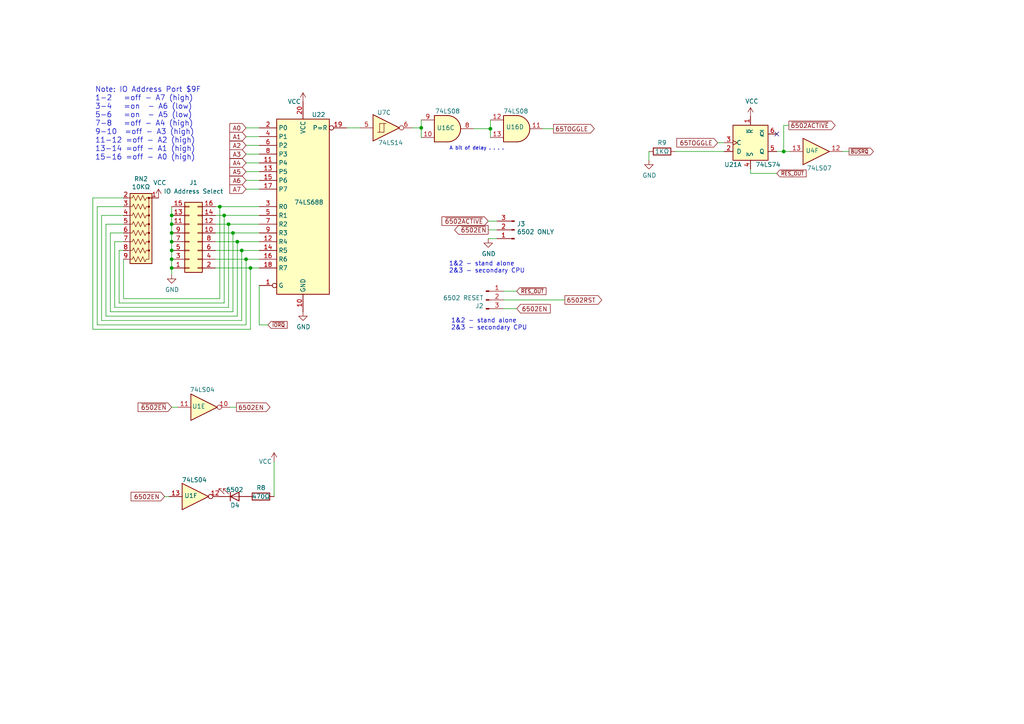
<source format=kicad_sch>
(kicad_sch (version 20211123) (generator eeschema)

  (uuid b09505b7-6490-48dc-8db5-36aab972f3f2)

  (paper "A4")

  (title_block
    (title "Duodyne 6502 CPU board")
    (date "2025-04-26")
    (rev "V0.9")
  )

  (lib_symbols
    (symbol "74xx:74LS04" (in_bom yes) (on_board yes)
      (property "Reference" "U" (id 0) (at 0 1.27 0)
        (effects (font (size 1.27 1.27)))
      )
      (property "Value" "74LS04" (id 1) (at 0 -1.27 0)
        (effects (font (size 1.27 1.27)))
      )
      (property "Footprint" "" (id 2) (at 0 0 0)
        (effects (font (size 1.27 1.27)) hide)
      )
      (property "Datasheet" "http://www.ti.com/lit/gpn/sn74LS04" (id 3) (at 0 0 0)
        (effects (font (size 1.27 1.27)) hide)
      )
      (property "ki_locked" "" (id 4) (at 0 0 0)
        (effects (font (size 1.27 1.27)))
      )
      (property "ki_keywords" "TTL not inv" (id 5) (at 0 0 0)
        (effects (font (size 1.27 1.27)) hide)
      )
      (property "ki_description" "Hex Inverter" (id 6) (at 0 0 0)
        (effects (font (size 1.27 1.27)) hide)
      )
      (property "ki_fp_filters" "DIP*W7.62mm* SSOP?14* TSSOP?14*" (id 7) (at 0 0 0)
        (effects (font (size 1.27 1.27)) hide)
      )
      (symbol "74LS04_1_0"
        (polyline
          (pts
            (xy -3.81 3.81)
            (xy -3.81 -3.81)
            (xy 3.81 0)
            (xy -3.81 3.81)
          )
          (stroke (width 0.254) (type default) (color 0 0 0 0))
          (fill (type background))
        )
        (pin input line (at -7.62 0 0) (length 3.81)
          (name "~" (effects (font (size 1.27 1.27))))
          (number "1" (effects (font (size 1.27 1.27))))
        )
        (pin output inverted (at 7.62 0 180) (length 3.81)
          (name "~" (effects (font (size 1.27 1.27))))
          (number "2" (effects (font (size 1.27 1.27))))
        )
      )
      (symbol "74LS04_2_0"
        (polyline
          (pts
            (xy -3.81 3.81)
            (xy -3.81 -3.81)
            (xy 3.81 0)
            (xy -3.81 3.81)
          )
          (stroke (width 0.254) (type default) (color 0 0 0 0))
          (fill (type background))
        )
        (pin input line (at -7.62 0 0) (length 3.81)
          (name "~" (effects (font (size 1.27 1.27))))
          (number "3" (effects (font (size 1.27 1.27))))
        )
        (pin output inverted (at 7.62 0 180) (length 3.81)
          (name "~" (effects (font (size 1.27 1.27))))
          (number "4" (effects (font (size 1.27 1.27))))
        )
      )
      (symbol "74LS04_3_0"
        (polyline
          (pts
            (xy -3.81 3.81)
            (xy -3.81 -3.81)
            (xy 3.81 0)
            (xy -3.81 3.81)
          )
          (stroke (width 0.254) (type default) (color 0 0 0 0))
          (fill (type background))
        )
        (pin input line (at -7.62 0 0) (length 3.81)
          (name "~" (effects (font (size 1.27 1.27))))
          (number "5" (effects (font (size 1.27 1.27))))
        )
        (pin output inverted (at 7.62 0 180) (length 3.81)
          (name "~" (effects (font (size 1.27 1.27))))
          (number "6" (effects (font (size 1.27 1.27))))
        )
      )
      (symbol "74LS04_4_0"
        (polyline
          (pts
            (xy -3.81 3.81)
            (xy -3.81 -3.81)
            (xy 3.81 0)
            (xy -3.81 3.81)
          )
          (stroke (width 0.254) (type default) (color 0 0 0 0))
          (fill (type background))
        )
        (pin output inverted (at 7.62 0 180) (length 3.81)
          (name "~" (effects (font (size 1.27 1.27))))
          (number "8" (effects (font (size 1.27 1.27))))
        )
        (pin input line (at -7.62 0 0) (length 3.81)
          (name "~" (effects (font (size 1.27 1.27))))
          (number "9" (effects (font (size 1.27 1.27))))
        )
      )
      (symbol "74LS04_5_0"
        (polyline
          (pts
            (xy -3.81 3.81)
            (xy -3.81 -3.81)
            (xy 3.81 0)
            (xy -3.81 3.81)
          )
          (stroke (width 0.254) (type default) (color 0 0 0 0))
          (fill (type background))
        )
        (pin output inverted (at 7.62 0 180) (length 3.81)
          (name "~" (effects (font (size 1.27 1.27))))
          (number "10" (effects (font (size 1.27 1.27))))
        )
        (pin input line (at -7.62 0 0) (length 3.81)
          (name "~" (effects (font (size 1.27 1.27))))
          (number "11" (effects (font (size 1.27 1.27))))
        )
      )
      (symbol "74LS04_6_0"
        (polyline
          (pts
            (xy -3.81 3.81)
            (xy -3.81 -3.81)
            (xy 3.81 0)
            (xy -3.81 3.81)
          )
          (stroke (width 0.254) (type default) (color 0 0 0 0))
          (fill (type background))
        )
        (pin output inverted (at 7.62 0 180) (length 3.81)
          (name "~" (effects (font (size 1.27 1.27))))
          (number "12" (effects (font (size 1.27 1.27))))
        )
        (pin input line (at -7.62 0 0) (length 3.81)
          (name "~" (effects (font (size 1.27 1.27))))
          (number "13" (effects (font (size 1.27 1.27))))
        )
      )
      (symbol "74LS04_7_0"
        (pin power_in line (at 0 12.7 270) (length 5.08)
          (name "VCC" (effects (font (size 1.27 1.27))))
          (number "14" (effects (font (size 1.27 1.27))))
        )
        (pin power_in line (at 0 -12.7 90) (length 5.08)
          (name "GND" (effects (font (size 1.27 1.27))))
          (number "7" (effects (font (size 1.27 1.27))))
        )
      )
      (symbol "74LS04_7_1"
        (rectangle (start -5.08 7.62) (end 5.08 -7.62)
          (stroke (width 0.254) (type default) (color 0 0 0 0))
          (fill (type background))
        )
      )
    )
    (symbol "74xx:74LS07" (pin_names (offset 1.016)) (in_bom yes) (on_board yes)
      (property "Reference" "U" (id 0) (at 0 1.27 0)
        (effects (font (size 1.27 1.27)))
      )
      (property "Value" "74LS07" (id 1) (at 0 -1.27 0)
        (effects (font (size 1.27 1.27)))
      )
      (property "Footprint" "" (id 2) (at 0 0 0)
        (effects (font (size 1.27 1.27)) hide)
      )
      (property "Datasheet" "www.ti.com/lit/ds/symlink/sn74ls07.pdf" (id 3) (at 0 0 0)
        (effects (font (size 1.27 1.27)) hide)
      )
      (property "ki_locked" "" (id 4) (at 0 0 0)
        (effects (font (size 1.27 1.27)))
      )
      (property "ki_keywords" "TTL hex buffer OpenCol" (id 5) (at 0 0 0)
        (effects (font (size 1.27 1.27)) hide)
      )
      (property "ki_description" "Hex Buffers and Drivers With Open Collector High Voltage Outputs" (id 6) (at 0 0 0)
        (effects (font (size 1.27 1.27)) hide)
      )
      (property "ki_fp_filters" "SOIC*3.9x8.7mm*P1.27mm* TSSOP*4.4x5mm*P0.65mm* DIP*W7.62mm*" (id 7) (at 0 0 0)
        (effects (font (size 1.27 1.27)) hide)
      )
      (symbol "74LS07_1_0"
        (polyline
          (pts
            (xy -3.81 3.81)
            (xy -3.81 -3.81)
            (xy 3.81 0)
            (xy -3.81 3.81)
          )
          (stroke (width 0.254) (type default) (color 0 0 0 0))
          (fill (type background))
        )
        (pin input line (at -7.62 0 0) (length 3.81)
          (name "~" (effects (font (size 1.27 1.27))))
          (number "1" (effects (font (size 1.27 1.27))))
        )
        (pin open_collector line (at 7.62 0 180) (length 3.81)
          (name "~" (effects (font (size 1.27 1.27))))
          (number "2" (effects (font (size 1.27 1.27))))
        )
      )
      (symbol "74LS07_2_0"
        (polyline
          (pts
            (xy -3.81 3.81)
            (xy -3.81 -3.81)
            (xy 3.81 0)
            (xy -3.81 3.81)
          )
          (stroke (width 0.254) (type default) (color 0 0 0 0))
          (fill (type background))
        )
        (pin input line (at -7.62 0 0) (length 3.81)
          (name "~" (effects (font (size 1.27 1.27))))
          (number "3" (effects (font (size 1.27 1.27))))
        )
        (pin open_collector line (at 7.62 0 180) (length 3.81)
          (name "~" (effects (font (size 1.27 1.27))))
          (number "4" (effects (font (size 1.27 1.27))))
        )
      )
      (symbol "74LS07_3_0"
        (polyline
          (pts
            (xy -3.81 3.81)
            (xy -3.81 -3.81)
            (xy 3.81 0)
            (xy -3.81 3.81)
          )
          (stroke (width 0.254) (type default) (color 0 0 0 0))
          (fill (type background))
        )
        (pin input line (at -7.62 0 0) (length 3.81)
          (name "~" (effects (font (size 1.27 1.27))))
          (number "5" (effects (font (size 1.27 1.27))))
        )
        (pin open_collector line (at 7.62 0 180) (length 3.81)
          (name "~" (effects (font (size 1.27 1.27))))
          (number "6" (effects (font (size 1.27 1.27))))
        )
      )
      (symbol "74LS07_4_0"
        (polyline
          (pts
            (xy -3.81 3.81)
            (xy -3.81 -3.81)
            (xy 3.81 0)
            (xy -3.81 3.81)
          )
          (stroke (width 0.254) (type default) (color 0 0 0 0))
          (fill (type background))
        )
        (pin open_collector line (at 7.62 0 180) (length 3.81)
          (name "~" (effects (font (size 1.27 1.27))))
          (number "8" (effects (font (size 1.27 1.27))))
        )
        (pin input line (at -7.62 0 0) (length 3.81)
          (name "~" (effects (font (size 1.27 1.27))))
          (number "9" (effects (font (size 1.27 1.27))))
        )
      )
      (symbol "74LS07_5_0"
        (polyline
          (pts
            (xy -3.81 3.81)
            (xy -3.81 -3.81)
            (xy 3.81 0)
            (xy -3.81 3.81)
          )
          (stroke (width 0.254) (type default) (color 0 0 0 0))
          (fill (type background))
        )
        (pin open_collector line (at 7.62 0 180) (length 3.81)
          (name "~" (effects (font (size 1.27 1.27))))
          (number "10" (effects (font (size 1.27 1.27))))
        )
        (pin input line (at -7.62 0 0) (length 3.81)
          (name "~" (effects (font (size 1.27 1.27))))
          (number "11" (effects (font (size 1.27 1.27))))
        )
      )
      (symbol "74LS07_6_0"
        (polyline
          (pts
            (xy -3.81 3.81)
            (xy -3.81 -3.81)
            (xy 3.81 0)
            (xy -3.81 3.81)
          )
          (stroke (width 0.254) (type default) (color 0 0 0 0))
          (fill (type background))
        )
        (pin open_collector line (at 7.62 0 180) (length 3.81)
          (name "~" (effects (font (size 1.27 1.27))))
          (number "12" (effects (font (size 1.27 1.27))))
        )
        (pin input line (at -7.62 0 0) (length 3.81)
          (name "~" (effects (font (size 1.27 1.27))))
          (number "13" (effects (font (size 1.27 1.27))))
        )
      )
      (symbol "74LS07_7_0"
        (pin power_in line (at 0 12.7 270) (length 5.08)
          (name "VCC" (effects (font (size 1.27 1.27))))
          (number "14" (effects (font (size 1.27 1.27))))
        )
        (pin power_in line (at 0 -12.7 90) (length 5.08)
          (name "GND" (effects (font (size 1.27 1.27))))
          (number "7" (effects (font (size 1.27 1.27))))
        )
      )
      (symbol "74LS07_7_1"
        (rectangle (start -5.08 7.62) (end 5.08 -7.62)
          (stroke (width 0.254) (type default) (color 0 0 0 0))
          (fill (type background))
        )
      )
    )
    (symbol "74xx:74LS08" (pin_names (offset 1.016)) (in_bom yes) (on_board yes)
      (property "Reference" "U" (id 0) (at 0 1.27 0)
        (effects (font (size 1.27 1.27)))
      )
      (property "Value" "74LS08" (id 1) (at 0 -1.27 0)
        (effects (font (size 1.27 1.27)))
      )
      (property "Footprint" "" (id 2) (at 0 0 0)
        (effects (font (size 1.27 1.27)) hide)
      )
      (property "Datasheet" "http://www.ti.com/lit/gpn/sn74LS08" (id 3) (at 0 0 0)
        (effects (font (size 1.27 1.27)) hide)
      )
      (property "ki_locked" "" (id 4) (at 0 0 0)
        (effects (font (size 1.27 1.27)))
      )
      (property "ki_keywords" "TTL and2" (id 5) (at 0 0 0)
        (effects (font (size 1.27 1.27)) hide)
      )
      (property "ki_description" "Quad And2" (id 6) (at 0 0 0)
        (effects (font (size 1.27 1.27)) hide)
      )
      (property "ki_fp_filters" "DIP*W7.62mm*" (id 7) (at 0 0 0)
        (effects (font (size 1.27 1.27)) hide)
      )
      (symbol "74LS08_1_1"
        (arc (start 0 -3.81) (mid 3.81 0) (end 0 3.81)
          (stroke (width 0.254) (type default) (color 0 0 0 0))
          (fill (type background))
        )
        (polyline
          (pts
            (xy 0 3.81)
            (xy -3.81 3.81)
            (xy -3.81 -3.81)
            (xy 0 -3.81)
          )
          (stroke (width 0.254) (type default) (color 0 0 0 0))
          (fill (type background))
        )
        (pin input line (at -7.62 2.54 0) (length 3.81)
          (name "~" (effects (font (size 1.27 1.27))))
          (number "1" (effects (font (size 1.27 1.27))))
        )
        (pin input line (at -7.62 -2.54 0) (length 3.81)
          (name "~" (effects (font (size 1.27 1.27))))
          (number "2" (effects (font (size 1.27 1.27))))
        )
        (pin output line (at 7.62 0 180) (length 3.81)
          (name "~" (effects (font (size 1.27 1.27))))
          (number "3" (effects (font (size 1.27 1.27))))
        )
      )
      (symbol "74LS08_1_2"
        (arc (start -3.81 -3.81) (mid -2.589 0) (end -3.81 3.81)
          (stroke (width 0.254) (type default) (color 0 0 0 0))
          (fill (type none))
        )
        (arc (start -0.6096 -3.81) (mid 2.1842 -2.5851) (end 3.81 0)
          (stroke (width 0.254) (type default) (color 0 0 0 0))
          (fill (type background))
        )
        (polyline
          (pts
            (xy -3.81 -3.81)
            (xy -0.635 -3.81)
          )
          (stroke (width 0.254) (type default) (color 0 0 0 0))
          (fill (type background))
        )
        (polyline
          (pts
            (xy -3.81 3.81)
            (xy -0.635 3.81)
          )
          (stroke (width 0.254) (type default) (color 0 0 0 0))
          (fill (type background))
        )
        (polyline
          (pts
            (xy -0.635 3.81)
            (xy -3.81 3.81)
            (xy -3.81 3.81)
            (xy -3.556 3.4036)
            (xy -3.0226 2.2606)
            (xy -2.6924 1.0414)
            (xy -2.6162 -0.254)
            (xy -2.7686 -1.4986)
            (xy -3.175 -2.7178)
            (xy -3.81 -3.81)
            (xy -3.81 -3.81)
            (xy -0.635 -3.81)
          )
          (stroke (width -25.4) (type default) (color 0 0 0 0))
          (fill (type background))
        )
        (arc (start 3.81 0) (mid 2.1915 2.5936) (end -0.6096 3.81)
          (stroke (width 0.254) (type default) (color 0 0 0 0))
          (fill (type background))
        )
        (pin input inverted (at -7.62 2.54 0) (length 4.318)
          (name "~" (effects (font (size 1.27 1.27))))
          (number "1" (effects (font (size 1.27 1.27))))
        )
        (pin input inverted (at -7.62 -2.54 0) (length 4.318)
          (name "~" (effects (font (size 1.27 1.27))))
          (number "2" (effects (font (size 1.27 1.27))))
        )
        (pin output inverted (at 7.62 0 180) (length 3.81)
          (name "~" (effects (font (size 1.27 1.27))))
          (number "3" (effects (font (size 1.27 1.27))))
        )
      )
      (symbol "74LS08_2_1"
        (arc (start 0 -3.81) (mid 3.81 0) (end 0 3.81)
          (stroke (width 0.254) (type default) (color 0 0 0 0))
          (fill (type background))
        )
        (polyline
          (pts
            (xy 0 3.81)
            (xy -3.81 3.81)
            (xy -3.81 -3.81)
            (xy 0 -3.81)
          )
          (stroke (width 0.254) (type default) (color 0 0 0 0))
          (fill (type background))
        )
        (pin input line (at -7.62 2.54 0) (length 3.81)
          (name "~" (effects (font (size 1.27 1.27))))
          (number "4" (effects (font (size 1.27 1.27))))
        )
        (pin input line (at -7.62 -2.54 0) (length 3.81)
          (name "~" (effects (font (size 1.27 1.27))))
          (number "5" (effects (font (size 1.27 1.27))))
        )
        (pin output line (at 7.62 0 180) (length 3.81)
          (name "~" (effects (font (size 1.27 1.27))))
          (number "6" (effects (font (size 1.27 1.27))))
        )
      )
      (symbol "74LS08_2_2"
        (arc (start -3.81 -3.81) (mid -2.589 0) (end -3.81 3.81)
          (stroke (width 0.254) (type default) (color 0 0 0 0))
          (fill (type none))
        )
        (arc (start -0.6096 -3.81) (mid 2.1842 -2.5851) (end 3.81 0)
          (stroke (width 0.254) (type default) (color 0 0 0 0))
          (fill (type background))
        )
        (polyline
          (pts
            (xy -3.81 -3.81)
            (xy -0.635 -3.81)
          )
          (stroke (width 0.254) (type default) (color 0 0 0 0))
          (fill (type background))
        )
        (polyline
          (pts
            (xy -3.81 3.81)
            (xy -0.635 3.81)
          )
          (stroke (width 0.254) (type default) (color 0 0 0 0))
          (fill (type background))
        )
        (polyline
          (pts
            (xy -0.635 3.81)
            (xy -3.81 3.81)
            (xy -3.81 3.81)
            (xy -3.556 3.4036)
            (xy -3.0226 2.2606)
            (xy -2.6924 1.0414)
            (xy -2.6162 -0.254)
            (xy -2.7686 -1.4986)
            (xy -3.175 -2.7178)
            (xy -3.81 -3.81)
            (xy -3.81 -3.81)
            (xy -0.635 -3.81)
          )
          (stroke (width -25.4) (type default) (color 0 0 0 0))
          (fill (type background))
        )
        (arc (start 3.81 0) (mid 2.1915 2.5936) (end -0.6096 3.81)
          (stroke (width 0.254) (type default) (color 0 0 0 0))
          (fill (type background))
        )
        (pin input inverted (at -7.62 2.54 0) (length 4.318)
          (name "~" (effects (font (size 1.27 1.27))))
          (number "4" (effects (font (size 1.27 1.27))))
        )
        (pin input inverted (at -7.62 -2.54 0) (length 4.318)
          (name "~" (effects (font (size 1.27 1.27))))
          (number "5" (effects (font (size 1.27 1.27))))
        )
        (pin output inverted (at 7.62 0 180) (length 3.81)
          (name "~" (effects (font (size 1.27 1.27))))
          (number "6" (effects (font (size 1.27 1.27))))
        )
      )
      (symbol "74LS08_3_1"
        (arc (start 0 -3.81) (mid 3.81 0) (end 0 3.81)
          (stroke (width 0.254) (type default) (color 0 0 0 0))
          (fill (type background))
        )
        (polyline
          (pts
            (xy 0 3.81)
            (xy -3.81 3.81)
            (xy -3.81 -3.81)
            (xy 0 -3.81)
          )
          (stroke (width 0.254) (type default) (color 0 0 0 0))
          (fill (type background))
        )
        (pin input line (at -7.62 -2.54 0) (length 3.81)
          (name "~" (effects (font (size 1.27 1.27))))
          (number "10" (effects (font (size 1.27 1.27))))
        )
        (pin output line (at 7.62 0 180) (length 3.81)
          (name "~" (effects (font (size 1.27 1.27))))
          (number "8" (effects (font (size 1.27 1.27))))
        )
        (pin input line (at -7.62 2.54 0) (length 3.81)
          (name "~" (effects (font (size 1.27 1.27))))
          (number "9" (effects (font (size 1.27 1.27))))
        )
      )
      (symbol "74LS08_3_2"
        (arc (start -3.81 -3.81) (mid -2.589 0) (end -3.81 3.81)
          (stroke (width 0.254) (type default) (color 0 0 0 0))
          (fill (type none))
        )
        (arc (start -0.6096 -3.81) (mid 2.1842 -2.5851) (end 3.81 0)
          (stroke (width 0.254) (type default) (color 0 0 0 0))
          (fill (type background))
        )
        (polyline
          (pts
            (xy -3.81 -3.81)
            (xy -0.635 -3.81)
          )
          (stroke (width 0.254) (type default) (color 0 0 0 0))
          (fill (type background))
        )
        (polyline
          (pts
            (xy -3.81 3.81)
            (xy -0.635 3.81)
          )
          (stroke (width 0.254) (type default) (color 0 0 0 0))
          (fill (type background))
        )
        (polyline
          (pts
            (xy -0.635 3.81)
            (xy -3.81 3.81)
            (xy -3.81 3.81)
            (xy -3.556 3.4036)
            (xy -3.0226 2.2606)
            (xy -2.6924 1.0414)
            (xy -2.6162 -0.254)
            (xy -2.7686 -1.4986)
            (xy -3.175 -2.7178)
            (xy -3.81 -3.81)
            (xy -3.81 -3.81)
            (xy -0.635 -3.81)
          )
          (stroke (width -25.4) (type default) (color 0 0 0 0))
          (fill (type background))
        )
        (arc (start 3.81 0) (mid 2.1915 2.5936) (end -0.6096 3.81)
          (stroke (width 0.254) (type default) (color 0 0 0 0))
          (fill (type background))
        )
        (pin input inverted (at -7.62 -2.54 0) (length 4.318)
          (name "~" (effects (font (size 1.27 1.27))))
          (number "10" (effects (font (size 1.27 1.27))))
        )
        (pin output inverted (at 7.62 0 180) (length 3.81)
          (name "~" (effects (font (size 1.27 1.27))))
          (number "8" (effects (font (size 1.27 1.27))))
        )
        (pin input inverted (at -7.62 2.54 0) (length 4.318)
          (name "~" (effects (font (size 1.27 1.27))))
          (number "9" (effects (font (size 1.27 1.27))))
        )
      )
      (symbol "74LS08_4_1"
        (arc (start 0 -3.81) (mid 3.81 0) (end 0 3.81)
          (stroke (width 0.254) (type default) (color 0 0 0 0))
          (fill (type background))
        )
        (polyline
          (pts
            (xy 0 3.81)
            (xy -3.81 3.81)
            (xy -3.81 -3.81)
            (xy 0 -3.81)
          )
          (stroke (width 0.254) (type default) (color 0 0 0 0))
          (fill (type background))
        )
        (pin output line (at 7.62 0 180) (length 3.81)
          (name "~" (effects (font (size 1.27 1.27))))
          (number "11" (effects (font (size 1.27 1.27))))
        )
        (pin input line (at -7.62 2.54 0) (length 3.81)
          (name "~" (effects (font (size 1.27 1.27))))
          (number "12" (effects (font (size 1.27 1.27))))
        )
        (pin input line (at -7.62 -2.54 0) (length 3.81)
          (name "~" (effects (font (size 1.27 1.27))))
          (number "13" (effects (font (size 1.27 1.27))))
        )
      )
      (symbol "74LS08_4_2"
        (arc (start -3.81 -3.81) (mid -2.589 0) (end -3.81 3.81)
          (stroke (width 0.254) (type default) (color 0 0 0 0))
          (fill (type none))
        )
        (arc (start -0.6096 -3.81) (mid 2.1842 -2.5851) (end 3.81 0)
          (stroke (width 0.254) (type default) (color 0 0 0 0))
          (fill (type background))
        )
        (polyline
          (pts
            (xy -3.81 -3.81)
            (xy -0.635 -3.81)
          )
          (stroke (width 0.254) (type default) (color 0 0 0 0))
          (fill (type background))
        )
        (polyline
          (pts
            (xy -3.81 3.81)
            (xy -0.635 3.81)
          )
          (stroke (width 0.254) (type default) (color 0 0 0 0))
          (fill (type background))
        )
        (polyline
          (pts
            (xy -0.635 3.81)
            (xy -3.81 3.81)
            (xy -3.81 3.81)
            (xy -3.556 3.4036)
            (xy -3.0226 2.2606)
            (xy -2.6924 1.0414)
            (xy -2.6162 -0.254)
            (xy -2.7686 -1.4986)
            (xy -3.175 -2.7178)
            (xy -3.81 -3.81)
            (xy -3.81 -3.81)
            (xy -0.635 -3.81)
          )
          (stroke (width -25.4) (type default) (color 0 0 0 0))
          (fill (type background))
        )
        (arc (start 3.81 0) (mid 2.1915 2.5936) (end -0.6096 3.81)
          (stroke (width 0.254) (type default) (color 0 0 0 0))
          (fill (type background))
        )
        (pin output inverted (at 7.62 0 180) (length 3.81)
          (name "~" (effects (font (size 1.27 1.27))))
          (number "11" (effects (font (size 1.27 1.27))))
        )
        (pin input inverted (at -7.62 2.54 0) (length 4.318)
          (name "~" (effects (font (size 1.27 1.27))))
          (number "12" (effects (font (size 1.27 1.27))))
        )
        (pin input inverted (at -7.62 -2.54 0) (length 4.318)
          (name "~" (effects (font (size 1.27 1.27))))
          (number "13" (effects (font (size 1.27 1.27))))
        )
      )
      (symbol "74LS08_5_0"
        (pin power_in line (at 0 12.7 270) (length 5.08)
          (name "VCC" (effects (font (size 1.27 1.27))))
          (number "14" (effects (font (size 1.27 1.27))))
        )
        (pin power_in line (at 0 -12.7 90) (length 5.08)
          (name "GND" (effects (font (size 1.27 1.27))))
          (number "7" (effects (font (size 1.27 1.27))))
        )
      )
      (symbol "74LS08_5_1"
        (rectangle (start -5.08 7.62) (end 5.08 -7.62)
          (stroke (width 0.254) (type default) (color 0 0 0 0))
          (fill (type background))
        )
      )
    )
    (symbol "74xx:74LS14" (pin_names (offset 1.016)) (in_bom yes) (on_board yes)
      (property "Reference" "U" (id 0) (at 0 1.27 0)
        (effects (font (size 1.27 1.27)))
      )
      (property "Value" "74LS14" (id 1) (at 0 -1.27 0)
        (effects (font (size 1.27 1.27)))
      )
      (property "Footprint" "" (id 2) (at 0 0 0)
        (effects (font (size 1.27 1.27)) hide)
      )
      (property "Datasheet" "http://www.ti.com/lit/gpn/sn74LS14" (id 3) (at 0 0 0)
        (effects (font (size 1.27 1.27)) hide)
      )
      (property "ki_locked" "" (id 4) (at 0 0 0)
        (effects (font (size 1.27 1.27)))
      )
      (property "ki_keywords" "TTL not inverter" (id 5) (at 0 0 0)
        (effects (font (size 1.27 1.27)) hide)
      )
      (property "ki_description" "Hex inverter schmitt trigger" (id 6) (at 0 0 0)
        (effects (font (size 1.27 1.27)) hide)
      )
      (property "ki_fp_filters" "DIP*W7.62mm*" (id 7) (at 0 0 0)
        (effects (font (size 1.27 1.27)) hide)
      )
      (symbol "74LS14_1_0"
        (polyline
          (pts
            (xy -3.81 3.81)
            (xy -3.81 -3.81)
            (xy 3.81 0)
            (xy -3.81 3.81)
          )
          (stroke (width 0.254) (type default) (color 0 0 0 0))
          (fill (type background))
        )
        (pin input line (at -7.62 0 0) (length 3.81)
          (name "~" (effects (font (size 1.27 1.27))))
          (number "1" (effects (font (size 1.27 1.27))))
        )
        (pin output inverted (at 7.62 0 180) (length 3.81)
          (name "~" (effects (font (size 1.27 1.27))))
          (number "2" (effects (font (size 1.27 1.27))))
        )
      )
      (symbol "74LS14_1_1"
        (polyline
          (pts
            (xy -1.905 -1.27)
            (xy -1.905 1.27)
            (xy -0.635 1.27)
          )
          (stroke (width 0) (type default) (color 0 0 0 0))
          (fill (type none))
        )
        (polyline
          (pts
            (xy -2.54 -1.27)
            (xy -0.635 -1.27)
            (xy -0.635 1.27)
            (xy 0 1.27)
          )
          (stroke (width 0) (type default) (color 0 0 0 0))
          (fill (type none))
        )
      )
      (symbol "74LS14_2_0"
        (polyline
          (pts
            (xy -3.81 3.81)
            (xy -3.81 -3.81)
            (xy 3.81 0)
            (xy -3.81 3.81)
          )
          (stroke (width 0.254) (type default) (color 0 0 0 0))
          (fill (type background))
        )
        (pin input line (at -7.62 0 0) (length 3.81)
          (name "~" (effects (font (size 1.27 1.27))))
          (number "3" (effects (font (size 1.27 1.27))))
        )
        (pin output inverted (at 7.62 0 180) (length 3.81)
          (name "~" (effects (font (size 1.27 1.27))))
          (number "4" (effects (font (size 1.27 1.27))))
        )
      )
      (symbol "74LS14_2_1"
        (polyline
          (pts
            (xy -1.905 -1.27)
            (xy -1.905 1.27)
            (xy -0.635 1.27)
          )
          (stroke (width 0) (type default) (color 0 0 0 0))
          (fill (type none))
        )
        (polyline
          (pts
            (xy -2.54 -1.27)
            (xy -0.635 -1.27)
            (xy -0.635 1.27)
            (xy 0 1.27)
          )
          (stroke (width 0) (type default) (color 0 0 0 0))
          (fill (type none))
        )
      )
      (symbol "74LS14_3_0"
        (polyline
          (pts
            (xy -3.81 3.81)
            (xy -3.81 -3.81)
            (xy 3.81 0)
            (xy -3.81 3.81)
          )
          (stroke (width 0.254) (type default) (color 0 0 0 0))
          (fill (type background))
        )
        (pin input line (at -7.62 0 0) (length 3.81)
          (name "~" (effects (font (size 1.27 1.27))))
          (number "5" (effects (font (size 1.27 1.27))))
        )
        (pin output inverted (at 7.62 0 180) (length 3.81)
          (name "~" (effects (font (size 1.27 1.27))))
          (number "6" (effects (font (size 1.27 1.27))))
        )
      )
      (symbol "74LS14_3_1"
        (polyline
          (pts
            (xy -1.905 -1.27)
            (xy -1.905 1.27)
            (xy -0.635 1.27)
          )
          (stroke (width 0) (type default) (color 0 0 0 0))
          (fill (type none))
        )
        (polyline
          (pts
            (xy -2.54 -1.27)
            (xy -0.635 -1.27)
            (xy -0.635 1.27)
            (xy 0 1.27)
          )
          (stroke (width 0) (type default) (color 0 0 0 0))
          (fill (type none))
        )
      )
      (symbol "74LS14_4_0"
        (polyline
          (pts
            (xy -3.81 3.81)
            (xy -3.81 -3.81)
            (xy 3.81 0)
            (xy -3.81 3.81)
          )
          (stroke (width 0.254) (type default) (color 0 0 0 0))
          (fill (type background))
        )
        (pin output inverted (at 7.62 0 180) (length 3.81)
          (name "~" (effects (font (size 1.27 1.27))))
          (number "8" (effects (font (size 1.27 1.27))))
        )
        (pin input line (at -7.62 0 0) (length 3.81)
          (name "~" (effects (font (size 1.27 1.27))))
          (number "9" (effects (font (size 1.27 1.27))))
        )
      )
      (symbol "74LS14_4_1"
        (polyline
          (pts
            (xy -1.905 -1.27)
            (xy -1.905 1.27)
            (xy -0.635 1.27)
          )
          (stroke (width 0) (type default) (color 0 0 0 0))
          (fill (type none))
        )
        (polyline
          (pts
            (xy -2.54 -1.27)
            (xy -0.635 -1.27)
            (xy -0.635 1.27)
            (xy 0 1.27)
          )
          (stroke (width 0) (type default) (color 0 0 0 0))
          (fill (type none))
        )
      )
      (symbol "74LS14_5_0"
        (polyline
          (pts
            (xy -3.81 3.81)
            (xy -3.81 -3.81)
            (xy 3.81 0)
            (xy -3.81 3.81)
          )
          (stroke (width 0.254) (type default) (color 0 0 0 0))
          (fill (type background))
        )
        (pin output inverted (at 7.62 0 180) (length 3.81)
          (name "~" (effects (font (size 1.27 1.27))))
          (number "10" (effects (font (size 1.27 1.27))))
        )
        (pin input line (at -7.62 0 0) (length 3.81)
          (name "~" (effects (font (size 1.27 1.27))))
          (number "11" (effects (font (size 1.27 1.27))))
        )
      )
      (symbol "74LS14_5_1"
        (polyline
          (pts
            (xy -1.905 -1.27)
            (xy -1.905 1.27)
            (xy -0.635 1.27)
          )
          (stroke (width 0) (type default) (color 0 0 0 0))
          (fill (type none))
        )
        (polyline
          (pts
            (xy -2.54 -1.27)
            (xy -0.635 -1.27)
            (xy -0.635 1.27)
            (xy 0 1.27)
          )
          (stroke (width 0) (type default) (color 0 0 0 0))
          (fill (type none))
        )
      )
      (symbol "74LS14_6_0"
        (polyline
          (pts
            (xy -3.81 3.81)
            (xy -3.81 -3.81)
            (xy 3.81 0)
            (xy -3.81 3.81)
          )
          (stroke (width 0.254) (type default) (color 0 0 0 0))
          (fill (type background))
        )
        (pin output inverted (at 7.62 0 180) (length 3.81)
          (name "~" (effects (font (size 1.27 1.27))))
          (number "12" (effects (font (size 1.27 1.27))))
        )
        (pin input line (at -7.62 0 0) (length 3.81)
          (name "~" (effects (font (size 1.27 1.27))))
          (number "13" (effects (font (size 1.27 1.27))))
        )
      )
      (symbol "74LS14_6_1"
        (polyline
          (pts
            (xy -1.905 -1.27)
            (xy -1.905 1.27)
            (xy -0.635 1.27)
          )
          (stroke (width 0) (type default) (color 0 0 0 0))
          (fill (type none))
        )
        (polyline
          (pts
            (xy -2.54 -1.27)
            (xy -0.635 -1.27)
            (xy -0.635 1.27)
            (xy 0 1.27)
          )
          (stroke (width 0) (type default) (color 0 0 0 0))
          (fill (type none))
        )
      )
      (symbol "74LS14_7_0"
        (pin power_in line (at 0 12.7 270) (length 5.08)
          (name "VCC" (effects (font (size 1.27 1.27))))
          (number "14" (effects (font (size 1.27 1.27))))
        )
        (pin power_in line (at 0 -12.7 90) (length 5.08)
          (name "GND" (effects (font (size 1.27 1.27))))
          (number "7" (effects (font (size 1.27 1.27))))
        )
      )
      (symbol "74LS14_7_1"
        (rectangle (start -5.08 7.62) (end 5.08 -7.62)
          (stroke (width 0.254) (type default) (color 0 0 0 0))
          (fill (type background))
        )
      )
    )
    (symbol "74xx:74LS688" (in_bom yes) (on_board yes)
      (property "Reference" "U" (id 0) (at -7.62 26.67 0)
        (effects (font (size 1.27 1.27)))
      )
      (property "Value" "74LS688" (id 1) (at -7.62 -26.67 0)
        (effects (font (size 1.27 1.27)))
      )
      (property "Footprint" "" (id 2) (at 0 0 0)
        (effects (font (size 1.27 1.27)) hide)
      )
      (property "Datasheet" "http://www.ti.com/lit/gpn/sn74LS688" (id 3) (at 0 0 0)
        (effects (font (size 1.27 1.27)) hide)
      )
      (property "ki_keywords" "TTL DECOD Arith" (id 4) (at 0 0 0)
        (effects (font (size 1.27 1.27)) hide)
      )
      (property "ki_description" "8-bit magnitude comparator" (id 5) (at 0 0 0)
        (effects (font (size 1.27 1.27)) hide)
      )
      (property "ki_fp_filters" "DIP?20* SOIC?20* SO?20* TSSOP?20*" (id 6) (at 0 0 0)
        (effects (font (size 1.27 1.27)) hide)
      )
      (symbol "74LS688_1_0"
        (pin input inverted (at -12.7 -22.86 0) (length 5.08)
          (name "G" (effects (font (size 1.27 1.27))))
          (number "1" (effects (font (size 1.27 1.27))))
        )
        (pin power_in line (at 0 -30.48 90) (length 5.08)
          (name "GND" (effects (font (size 1.27 1.27))))
          (number "10" (effects (font (size 1.27 1.27))))
        )
        (pin input line (at -12.7 12.7 0) (length 5.08)
          (name "P4" (effects (font (size 1.27 1.27))))
          (number "11" (effects (font (size 1.27 1.27))))
        )
        (pin input line (at -12.7 -10.16 0) (length 5.08)
          (name "R4" (effects (font (size 1.27 1.27))))
          (number "12" (effects (font (size 1.27 1.27))))
        )
        (pin input line (at -12.7 10.16 0) (length 5.08)
          (name "P5" (effects (font (size 1.27 1.27))))
          (number "13" (effects (font (size 1.27 1.27))))
        )
        (pin input line (at -12.7 -12.7 0) (length 5.08)
          (name "R5" (effects (font (size 1.27 1.27))))
          (number "14" (effects (font (size 1.27 1.27))))
        )
        (pin input line (at -12.7 7.62 0) (length 5.08)
          (name "P6" (effects (font (size 1.27 1.27))))
          (number "15" (effects (font (size 1.27 1.27))))
        )
        (pin input line (at -12.7 -15.24 0) (length 5.08)
          (name "R6" (effects (font (size 1.27 1.27))))
          (number "16" (effects (font (size 1.27 1.27))))
        )
        (pin input line (at -12.7 5.08 0) (length 5.08)
          (name "P7" (effects (font (size 1.27 1.27))))
          (number "17" (effects (font (size 1.27 1.27))))
        )
        (pin input line (at -12.7 -17.78 0) (length 5.08)
          (name "R7" (effects (font (size 1.27 1.27))))
          (number "18" (effects (font (size 1.27 1.27))))
        )
        (pin output inverted (at 12.7 22.86 180) (length 5.08)
          (name "P=R" (effects (font (size 1.27 1.27))))
          (number "19" (effects (font (size 1.27 1.27))))
        )
        (pin input line (at -12.7 22.86 0) (length 5.08)
          (name "P0" (effects (font (size 1.27 1.27))))
          (number "2" (effects (font (size 1.27 1.27))))
        )
        (pin power_in line (at 0 30.48 270) (length 5.08)
          (name "VCC" (effects (font (size 1.27 1.27))))
          (number "20" (effects (font (size 1.27 1.27))))
        )
        (pin input line (at -12.7 0 0) (length 5.08)
          (name "R0" (effects (font (size 1.27 1.27))))
          (number "3" (effects (font (size 1.27 1.27))))
        )
        (pin input line (at -12.7 20.32 0) (length 5.08)
          (name "P1" (effects (font (size 1.27 1.27))))
          (number "4" (effects (font (size 1.27 1.27))))
        )
        (pin input line (at -12.7 -2.54 0) (length 5.08)
          (name "R1" (effects (font (size 1.27 1.27))))
          (number "5" (effects (font (size 1.27 1.27))))
        )
        (pin input line (at -12.7 17.78 0) (length 5.08)
          (name "P2" (effects (font (size 1.27 1.27))))
          (number "6" (effects (font (size 1.27 1.27))))
        )
        (pin input line (at -12.7 -5.08 0) (length 5.08)
          (name "R2" (effects (font (size 1.27 1.27))))
          (number "7" (effects (font (size 1.27 1.27))))
        )
        (pin input line (at -12.7 15.24 0) (length 5.08)
          (name "P3" (effects (font (size 1.27 1.27))))
          (number "8" (effects (font (size 1.27 1.27))))
        )
        (pin input line (at -12.7 -7.62 0) (length 5.08)
          (name "R3" (effects (font (size 1.27 1.27))))
          (number "9" (effects (font (size 1.27 1.27))))
        )
      )
      (symbol "74LS688_1_1"
        (rectangle (start -7.62 25.4) (end 7.62 -25.4)
          (stroke (width 0.254) (type default) (color 0 0 0 0))
          (fill (type background))
        )
      )
    )
    (symbol "74xx:74LS74" (pin_names (offset 1.016)) (in_bom yes) (on_board yes)
      (property "Reference" "U" (id 0) (at -7.62 8.89 0)
        (effects (font (size 1.27 1.27)))
      )
      (property "Value" "74LS74" (id 1) (at -7.62 -8.89 0)
        (effects (font (size 1.27 1.27)))
      )
      (property "Footprint" "" (id 2) (at 0 0 0)
        (effects (font (size 1.27 1.27)) hide)
      )
      (property "Datasheet" "74xx/74hc_hct74.pdf" (id 3) (at 0 0 0)
        (effects (font (size 1.27 1.27)) hide)
      )
      (property "ki_locked" "" (id 4) (at 0 0 0)
        (effects (font (size 1.27 1.27)))
      )
      (property "ki_keywords" "TTL DFF" (id 5) (at 0 0 0)
        (effects (font (size 1.27 1.27)) hide)
      )
      (property "ki_description" "Dual D Flip-flop, Set & Reset" (id 6) (at 0 0 0)
        (effects (font (size 1.27 1.27)) hide)
      )
      (property "ki_fp_filters" "DIP*W7.62mm*" (id 7) (at 0 0 0)
        (effects (font (size 1.27 1.27)) hide)
      )
      (symbol "74LS74_1_0"
        (pin input line (at 0 -7.62 90) (length 2.54)
          (name "~{R}" (effects (font (size 1.27 1.27))))
          (number "1" (effects (font (size 1.27 1.27))))
        )
        (pin input line (at -7.62 2.54 0) (length 2.54)
          (name "D" (effects (font (size 1.27 1.27))))
          (number "2" (effects (font (size 1.27 1.27))))
        )
        (pin input clock (at -7.62 0 0) (length 2.54)
          (name "C" (effects (font (size 1.27 1.27))))
          (number "3" (effects (font (size 1.27 1.27))))
        )
        (pin input line (at 0 7.62 270) (length 2.54)
          (name "~{S}" (effects (font (size 1.27 1.27))))
          (number "4" (effects (font (size 1.27 1.27))))
        )
        (pin output line (at 7.62 2.54 180) (length 2.54)
          (name "Q" (effects (font (size 1.27 1.27))))
          (number "5" (effects (font (size 1.27 1.27))))
        )
        (pin output line (at 7.62 -2.54 180) (length 2.54)
          (name "~{Q}" (effects (font (size 1.27 1.27))))
          (number "6" (effects (font (size 1.27 1.27))))
        )
      )
      (symbol "74LS74_1_1"
        (rectangle (start -5.08 5.08) (end 5.08 -5.08)
          (stroke (width 0.254) (type default) (color 0 0 0 0))
          (fill (type background))
        )
      )
      (symbol "74LS74_2_0"
        (pin input line (at 0 7.62 270) (length 2.54)
          (name "~{S}" (effects (font (size 1.27 1.27))))
          (number "10" (effects (font (size 1.27 1.27))))
        )
        (pin input clock (at -7.62 0 0) (length 2.54)
          (name "C" (effects (font (size 1.27 1.27))))
          (number "11" (effects (font (size 1.27 1.27))))
        )
        (pin input line (at -7.62 2.54 0) (length 2.54)
          (name "D" (effects (font (size 1.27 1.27))))
          (number "12" (effects (font (size 1.27 1.27))))
        )
        (pin input line (at 0 -7.62 90) (length 2.54)
          (name "~{R}" (effects (font (size 1.27 1.27))))
          (number "13" (effects (font (size 1.27 1.27))))
        )
        (pin output line (at 7.62 -2.54 180) (length 2.54)
          (name "~{Q}" (effects (font (size 1.27 1.27))))
          (number "8" (effects (font (size 1.27 1.27))))
        )
        (pin output line (at 7.62 2.54 180) (length 2.54)
          (name "Q" (effects (font (size 1.27 1.27))))
          (number "9" (effects (font (size 1.27 1.27))))
        )
      )
      (symbol "74LS74_2_1"
        (rectangle (start -5.08 5.08) (end 5.08 -5.08)
          (stroke (width 0.254) (type default) (color 0 0 0 0))
          (fill (type background))
        )
      )
      (symbol "74LS74_3_0"
        (pin power_in line (at 0 10.16 270) (length 2.54)
          (name "VCC" (effects (font (size 1.27 1.27))))
          (number "14" (effects (font (size 1.27 1.27))))
        )
        (pin power_in line (at 0 -10.16 90) (length 2.54)
          (name "GND" (effects (font (size 1.27 1.27))))
          (number "7" (effects (font (size 1.27 1.27))))
        )
      )
      (symbol "74LS74_3_1"
        (rectangle (start -5.08 7.62) (end 5.08 -7.62)
          (stroke (width 0.254) (type default) (color 0 0 0 0))
          (fill (type background))
        )
      )
    )
    (symbol "Connector:Conn_01x03_Male" (pin_names (offset 1.016) hide) (in_bom yes) (on_board yes)
      (property "Reference" "J" (id 0) (at 0 5.08 0)
        (effects (font (size 1.27 1.27)))
      )
      (property "Value" "Conn_01x03_Male" (id 1) (at 0 -5.08 0)
        (effects (font (size 1.27 1.27)))
      )
      (property "Footprint" "" (id 2) (at 0 0 0)
        (effects (font (size 1.27 1.27)) hide)
      )
      (property "Datasheet" "~" (id 3) (at 0 0 0)
        (effects (font (size 1.27 1.27)) hide)
      )
      (property "ki_keywords" "connector" (id 4) (at 0 0 0)
        (effects (font (size 1.27 1.27)) hide)
      )
      (property "ki_description" "Generic connector, single row, 01x03, script generated (kicad-library-utils/schlib/autogen/connector/)" (id 5) (at 0 0 0)
        (effects (font (size 1.27 1.27)) hide)
      )
      (property "ki_fp_filters" "Connector*:*_1x??_*" (id 6) (at 0 0 0)
        (effects (font (size 1.27 1.27)) hide)
      )
      (symbol "Conn_01x03_Male_1_1"
        (polyline
          (pts
            (xy 1.27 -2.54)
            (xy 0.8636 -2.54)
          )
          (stroke (width 0.1524) (type default) (color 0 0 0 0))
          (fill (type none))
        )
        (polyline
          (pts
            (xy 1.27 0)
            (xy 0.8636 0)
          )
          (stroke (width 0.1524) (type default) (color 0 0 0 0))
          (fill (type none))
        )
        (polyline
          (pts
            (xy 1.27 2.54)
            (xy 0.8636 2.54)
          )
          (stroke (width 0.1524) (type default) (color 0 0 0 0))
          (fill (type none))
        )
        (rectangle (start 0.8636 -2.413) (end 0 -2.667)
          (stroke (width 0.1524) (type default) (color 0 0 0 0))
          (fill (type outline))
        )
        (rectangle (start 0.8636 0.127) (end 0 -0.127)
          (stroke (width 0.1524) (type default) (color 0 0 0 0))
          (fill (type outline))
        )
        (rectangle (start 0.8636 2.667) (end 0 2.413)
          (stroke (width 0.1524) (type default) (color 0 0 0 0))
          (fill (type outline))
        )
        (pin passive line (at 5.08 2.54 180) (length 3.81)
          (name "Pin_1" (effects (font (size 1.27 1.27))))
          (number "1" (effects (font (size 1.27 1.27))))
        )
        (pin passive line (at 5.08 0 180) (length 3.81)
          (name "Pin_2" (effects (font (size 1.27 1.27))))
          (number "2" (effects (font (size 1.27 1.27))))
        )
        (pin passive line (at 5.08 -2.54 180) (length 3.81)
          (name "Pin_3" (effects (font (size 1.27 1.27))))
          (number "3" (effects (font (size 1.27 1.27))))
        )
      )
    )
    (symbol "Connector_Generic:Conn_02x08_Odd_Even" (pin_names (offset 1.016) hide) (in_bom yes) (on_board yes)
      (property "Reference" "J" (id 0) (at 1.27 10.16 0)
        (effects (font (size 1.27 1.27)))
      )
      (property "Value" "Conn_02x08_Odd_Even" (id 1) (at 1.27 -12.7 0)
        (effects (font (size 1.27 1.27)))
      )
      (property "Footprint" "" (id 2) (at 0 0 0)
        (effects (font (size 1.27 1.27)) hide)
      )
      (property "Datasheet" "~" (id 3) (at 0 0 0)
        (effects (font (size 1.27 1.27)) hide)
      )
      (property "ki_keywords" "connector" (id 4) (at 0 0 0)
        (effects (font (size 1.27 1.27)) hide)
      )
      (property "ki_description" "Generic connector, double row, 02x08, odd/even pin numbering scheme (row 1 odd numbers, row 2 even numbers), script generated (kicad-library-utils/schlib/autogen/connector/)" (id 5) (at 0 0 0)
        (effects (font (size 1.27 1.27)) hide)
      )
      (property "ki_fp_filters" "Connector*:*_2x??_*" (id 6) (at 0 0 0)
        (effects (font (size 1.27 1.27)) hide)
      )
      (symbol "Conn_02x08_Odd_Even_1_1"
        (rectangle (start -1.27 -10.033) (end 0 -10.287)
          (stroke (width 0.1524) (type default) (color 0 0 0 0))
          (fill (type none))
        )
        (rectangle (start -1.27 -7.493) (end 0 -7.747)
          (stroke (width 0.1524) (type default) (color 0 0 0 0))
          (fill (type none))
        )
        (rectangle (start -1.27 -4.953) (end 0 -5.207)
          (stroke (width 0.1524) (type default) (color 0 0 0 0))
          (fill (type none))
        )
        (rectangle (start -1.27 -2.413) (end 0 -2.667)
          (stroke (width 0.1524) (type default) (color 0 0 0 0))
          (fill (type none))
        )
        (rectangle (start -1.27 0.127) (end 0 -0.127)
          (stroke (width 0.1524) (type default) (color 0 0 0 0))
          (fill (type none))
        )
        (rectangle (start -1.27 2.667) (end 0 2.413)
          (stroke (width 0.1524) (type default) (color 0 0 0 0))
          (fill (type none))
        )
        (rectangle (start -1.27 5.207) (end 0 4.953)
          (stroke (width 0.1524) (type default) (color 0 0 0 0))
          (fill (type none))
        )
        (rectangle (start -1.27 7.747) (end 0 7.493)
          (stroke (width 0.1524) (type default) (color 0 0 0 0))
          (fill (type none))
        )
        (rectangle (start -1.27 8.89) (end 3.81 -11.43)
          (stroke (width 0.254) (type default) (color 0 0 0 0))
          (fill (type background))
        )
        (rectangle (start 3.81 -10.033) (end 2.54 -10.287)
          (stroke (width 0.1524) (type default) (color 0 0 0 0))
          (fill (type none))
        )
        (rectangle (start 3.81 -7.493) (end 2.54 -7.747)
          (stroke (width 0.1524) (type default) (color 0 0 0 0))
          (fill (type none))
        )
        (rectangle (start 3.81 -4.953) (end 2.54 -5.207)
          (stroke (width 0.1524) (type default) (color 0 0 0 0))
          (fill (type none))
        )
        (rectangle (start 3.81 -2.413) (end 2.54 -2.667)
          (stroke (width 0.1524) (type default) (color 0 0 0 0))
          (fill (type none))
        )
        (rectangle (start 3.81 0.127) (end 2.54 -0.127)
          (stroke (width 0.1524) (type default) (color 0 0 0 0))
          (fill (type none))
        )
        (rectangle (start 3.81 2.667) (end 2.54 2.413)
          (stroke (width 0.1524) (type default) (color 0 0 0 0))
          (fill (type none))
        )
        (rectangle (start 3.81 5.207) (end 2.54 4.953)
          (stroke (width 0.1524) (type default) (color 0 0 0 0))
          (fill (type none))
        )
        (rectangle (start 3.81 7.747) (end 2.54 7.493)
          (stroke (width 0.1524) (type default) (color 0 0 0 0))
          (fill (type none))
        )
        (pin passive line (at -5.08 7.62 0) (length 3.81)
          (name "Pin_1" (effects (font (size 1.27 1.27))))
          (number "1" (effects (font (size 1.27 1.27))))
        )
        (pin passive line (at 7.62 -2.54 180) (length 3.81)
          (name "Pin_10" (effects (font (size 1.27 1.27))))
          (number "10" (effects (font (size 1.27 1.27))))
        )
        (pin passive line (at -5.08 -5.08 0) (length 3.81)
          (name "Pin_11" (effects (font (size 1.27 1.27))))
          (number "11" (effects (font (size 1.27 1.27))))
        )
        (pin passive line (at 7.62 -5.08 180) (length 3.81)
          (name "Pin_12" (effects (font (size 1.27 1.27))))
          (number "12" (effects (font (size 1.27 1.27))))
        )
        (pin passive line (at -5.08 -7.62 0) (length 3.81)
          (name "Pin_13" (effects (font (size 1.27 1.27))))
          (number "13" (effects (font (size 1.27 1.27))))
        )
        (pin passive line (at 7.62 -7.62 180) (length 3.81)
          (name "Pin_14" (effects (font (size 1.27 1.27))))
          (number "14" (effects (font (size 1.27 1.27))))
        )
        (pin passive line (at -5.08 -10.16 0) (length 3.81)
          (name "Pin_15" (effects (font (size 1.27 1.27))))
          (number "15" (effects (font (size 1.27 1.27))))
        )
        (pin passive line (at 7.62 -10.16 180) (length 3.81)
          (name "Pin_16" (effects (font (size 1.27 1.27))))
          (number "16" (effects (font (size 1.27 1.27))))
        )
        (pin passive line (at 7.62 7.62 180) (length 3.81)
          (name "Pin_2" (effects (font (size 1.27 1.27))))
          (number "2" (effects (font (size 1.27 1.27))))
        )
        (pin passive line (at -5.08 5.08 0) (length 3.81)
          (name "Pin_3" (effects (font (size 1.27 1.27))))
          (number "3" (effects (font (size 1.27 1.27))))
        )
        (pin passive line (at 7.62 5.08 180) (length 3.81)
          (name "Pin_4" (effects (font (size 1.27 1.27))))
          (number "4" (effects (font (size 1.27 1.27))))
        )
        (pin passive line (at -5.08 2.54 0) (length 3.81)
          (name "Pin_5" (effects (font (size 1.27 1.27))))
          (number "5" (effects (font (size 1.27 1.27))))
        )
        (pin passive line (at 7.62 2.54 180) (length 3.81)
          (name "Pin_6" (effects (font (size 1.27 1.27))))
          (number "6" (effects (font (size 1.27 1.27))))
        )
        (pin passive line (at -5.08 0 0) (length 3.81)
          (name "Pin_7" (effects (font (size 1.27 1.27))))
          (number "7" (effects (font (size 1.27 1.27))))
        )
        (pin passive line (at 7.62 0 180) (length 3.81)
          (name "Pin_8" (effects (font (size 1.27 1.27))))
          (number "8" (effects (font (size 1.27 1.27))))
        )
        (pin passive line (at -5.08 -2.54 0) (length 3.81)
          (name "Pin_9" (effects (font (size 1.27 1.27))))
          (number "9" (effects (font (size 1.27 1.27))))
        )
      )
    )
    (symbol "Device:LED" (pin_numbers hide) (pin_names (offset 1.016) hide) (in_bom yes) (on_board yes)
      (property "Reference" "D" (id 0) (at 0 2.54 0)
        (effects (font (size 1.27 1.27)))
      )
      (property "Value" "LED" (id 1) (at 0 -2.54 0)
        (effects (font (size 1.27 1.27)))
      )
      (property "Footprint" "" (id 2) (at 0 0 0)
        (effects (font (size 1.27 1.27)) hide)
      )
      (property "Datasheet" "~" (id 3) (at 0 0 0)
        (effects (font (size 1.27 1.27)) hide)
      )
      (property "ki_keywords" "LED diode" (id 4) (at 0 0 0)
        (effects (font (size 1.27 1.27)) hide)
      )
      (property "ki_description" "Light emitting diode" (id 5) (at 0 0 0)
        (effects (font (size 1.27 1.27)) hide)
      )
      (property "ki_fp_filters" "LED* LED_SMD:* LED_THT:*" (id 6) (at 0 0 0)
        (effects (font (size 1.27 1.27)) hide)
      )
      (symbol "LED_0_1"
        (polyline
          (pts
            (xy -1.27 -1.27)
            (xy -1.27 1.27)
          )
          (stroke (width 0.254) (type default) (color 0 0 0 0))
          (fill (type none))
        )
        (polyline
          (pts
            (xy -1.27 0)
            (xy 1.27 0)
          )
          (stroke (width 0) (type default) (color 0 0 0 0))
          (fill (type none))
        )
        (polyline
          (pts
            (xy 1.27 -1.27)
            (xy 1.27 1.27)
            (xy -1.27 0)
            (xy 1.27 -1.27)
          )
          (stroke (width 0.254) (type default) (color 0 0 0 0))
          (fill (type none))
        )
        (polyline
          (pts
            (xy -3.048 -0.762)
            (xy -4.572 -2.286)
            (xy -3.81 -2.286)
            (xy -4.572 -2.286)
            (xy -4.572 -1.524)
          )
          (stroke (width 0) (type default) (color 0 0 0 0))
          (fill (type none))
        )
        (polyline
          (pts
            (xy -1.778 -0.762)
            (xy -3.302 -2.286)
            (xy -2.54 -2.286)
            (xy -3.302 -2.286)
            (xy -3.302 -1.524)
          )
          (stroke (width 0) (type default) (color 0 0 0 0))
          (fill (type none))
        )
      )
      (symbol "LED_1_1"
        (pin passive line (at -3.81 0 0) (length 2.54)
          (name "K" (effects (font (size 1.27 1.27))))
          (number "1" (effects (font (size 1.27 1.27))))
        )
        (pin passive line (at 3.81 0 180) (length 2.54)
          (name "A" (effects (font (size 1.27 1.27))))
          (number "2" (effects (font (size 1.27 1.27))))
        )
      )
    )
    (symbol "Device:R" (pin_numbers hide) (pin_names (offset 0)) (in_bom yes) (on_board yes)
      (property "Reference" "R" (id 0) (at 2.032 0 90)
        (effects (font (size 1.27 1.27)))
      )
      (property "Value" "R" (id 1) (at 0 0 90)
        (effects (font (size 1.27 1.27)))
      )
      (property "Footprint" "" (id 2) (at -1.778 0 90)
        (effects (font (size 1.27 1.27)) hide)
      )
      (property "Datasheet" "~" (id 3) (at 0 0 0)
        (effects (font (size 1.27 1.27)) hide)
      )
      (property "ki_keywords" "R res resistor" (id 4) (at 0 0 0)
        (effects (font (size 1.27 1.27)) hide)
      )
      (property "ki_description" "Resistor" (id 5) (at 0 0 0)
        (effects (font (size 1.27 1.27)) hide)
      )
      (property "ki_fp_filters" "R_*" (id 6) (at 0 0 0)
        (effects (font (size 1.27 1.27)) hide)
      )
      (symbol "R_0_1"
        (rectangle (start -1.016 -2.54) (end 1.016 2.54)
          (stroke (width 0.254) (type default) (color 0 0 0 0))
          (fill (type none))
        )
      )
      (symbol "R_1_1"
        (pin passive line (at 0 3.81 270) (length 1.27)
          (name "~" (effects (font (size 1.27 1.27))))
          (number "1" (effects (font (size 1.27 1.27))))
        )
        (pin passive line (at 0 -3.81 90) (length 1.27)
          (name "~" (effects (font (size 1.27 1.27))))
          (number "2" (effects (font (size 1.27 1.27))))
        )
      )
    )
    (symbol "Device:R_Network08_US" (pin_names (offset 0) hide) (in_bom yes) (on_board yes)
      (property "Reference" "RN" (id 0) (at -12.7 0 90)
        (effects (font (size 1.27 1.27)))
      )
      (property "Value" "R_Network08_US" (id 1) (at 10.16 0 90)
        (effects (font (size 1.27 1.27)))
      )
      (property "Footprint" "Resistor_THT:R_Array_SIP9" (id 2) (at 12.065 0 90)
        (effects (font (size 1.27 1.27)) hide)
      )
      (property "Datasheet" "http://www.vishay.com/docs/31509/csc.pdf" (id 3) (at 0 0 0)
        (effects (font (size 1.27 1.27)) hide)
      )
      (property "ki_keywords" "R network star-topology" (id 4) (at 0 0 0)
        (effects (font (size 1.27 1.27)) hide)
      )
      (property "ki_description" "8 resistor network, star topology, bussed resistors, small US symbol" (id 5) (at 0 0 0)
        (effects (font (size 1.27 1.27)) hide)
      )
      (property "ki_fp_filters" "R?Array?SIP*" (id 6) (at 0 0 0)
        (effects (font (size 1.27 1.27)) hide)
      )
      (symbol "R_Network08_US_0_1"
        (rectangle (start -11.43 -3.175) (end 8.89 3.175)
          (stroke (width 0.254) (type default) (color 0 0 0 0))
          (fill (type background))
        )
        (circle (center -10.16 2.286) (radius 0.254)
          (stroke (width 0) (type default) (color 0 0 0 0))
          (fill (type outline))
        )
        (circle (center -7.62 2.286) (radius 0.254)
          (stroke (width 0) (type default) (color 0 0 0 0))
          (fill (type outline))
        )
        (circle (center -5.08 2.286) (radius 0.254)
          (stroke (width 0) (type default) (color 0 0 0 0))
          (fill (type outline))
        )
        (circle (center -2.54 2.286) (radius 0.254)
          (stroke (width 0) (type default) (color 0 0 0 0))
          (fill (type outline))
        )
        (polyline
          (pts
            (xy -10.16 2.286)
            (xy 7.62 2.286)
          )
          (stroke (width 0) (type default) (color 0 0 0 0))
          (fill (type none))
        )
        (polyline
          (pts
            (xy -10.16 2.286)
            (xy -10.16 1.524)
            (xy -9.398 1.1684)
            (xy -10.922 0.508)
            (xy -9.398 -0.1524)
            (xy -10.922 -0.8382)
            (xy -9.398 -1.524)
            (xy -10.922 -2.1844)
            (xy -10.16 -2.54)
            (xy -10.16 -3.81)
          )
          (stroke (width 0) (type default) (color 0 0 0 0))
          (fill (type none))
        )
        (polyline
          (pts
            (xy -7.62 2.286)
            (xy -7.62 1.524)
            (xy -6.858 1.1684)
            (xy -8.382 0.508)
            (xy -6.858 -0.1524)
            (xy -8.382 -0.8382)
            (xy -6.858 -1.524)
            (xy -8.382 -2.1844)
            (xy -7.62 -2.54)
            (xy -7.62 -3.81)
          )
          (stroke (width 0) (type default) (color 0 0 0 0))
          (fill (type none))
        )
        (polyline
          (pts
            (xy -5.08 2.286)
            (xy -5.08 1.524)
            (xy -4.318 1.1684)
            (xy -5.842 0.508)
            (xy -4.318 -0.1524)
            (xy -5.842 -0.8382)
            (xy -4.318 -1.524)
            (xy -5.842 -2.1844)
            (xy -5.08 -2.54)
            (xy -5.08 -3.81)
          )
          (stroke (width 0) (type default) (color 0 0 0 0))
          (fill (type none))
        )
        (polyline
          (pts
            (xy -2.54 2.286)
            (xy -2.54 1.524)
            (xy -1.778 1.1684)
            (xy -3.302 0.508)
            (xy -1.778 -0.1524)
            (xy -3.302 -0.8382)
            (xy -1.778 -1.524)
            (xy -3.302 -2.1844)
            (xy -2.54 -2.54)
            (xy -2.54 -3.81)
          )
          (stroke (width 0) (type default) (color 0 0 0 0))
          (fill (type none))
        )
        (polyline
          (pts
            (xy 0 2.286)
            (xy 0 1.524)
            (xy 0.762 1.1684)
            (xy -0.762 0.508)
            (xy 0.762 -0.1524)
            (xy -0.762 -0.8382)
            (xy 0.762 -1.524)
            (xy -0.762 -2.1844)
            (xy 0 -2.54)
            (xy 0 -3.81)
          )
          (stroke (width 0) (type default) (color 0 0 0 0))
          (fill (type none))
        )
        (polyline
          (pts
            (xy 2.54 2.286)
            (xy 2.54 1.524)
            (xy 3.302 1.1684)
            (xy 1.778 0.508)
            (xy 3.302 -0.1524)
            (xy 1.778 -0.8382)
            (xy 3.302 -1.524)
            (xy 1.778 -2.1844)
            (xy 2.54 -2.54)
            (xy 2.54 -3.81)
          )
          (stroke (width 0) (type default) (color 0 0 0 0))
          (fill (type none))
        )
        (polyline
          (pts
            (xy 5.08 2.286)
            (xy 5.08 1.524)
            (xy 5.842 1.1684)
            (xy 4.318 0.508)
            (xy 5.842 -0.1524)
            (xy 4.318 -0.8382)
            (xy 5.842 -1.524)
            (xy 4.318 -2.1844)
            (xy 5.08 -2.54)
            (xy 5.08 -3.81)
          )
          (stroke (width 0) (type default) (color 0 0 0 0))
          (fill (type none))
        )
        (polyline
          (pts
            (xy 7.62 2.286)
            (xy 7.62 1.524)
            (xy 8.382 1.1684)
            (xy 6.858 0.508)
            (xy 8.382 -0.1524)
            (xy 6.858 -0.8382)
            (xy 8.382 -1.524)
            (xy 6.858 -2.1844)
            (xy 7.62 -2.54)
            (xy 7.62 -3.81)
          )
          (stroke (width 0) (type default) (color 0 0 0 0))
          (fill (type none))
        )
        (circle (center 0 2.286) (radius 0.254)
          (stroke (width 0) (type default) (color 0 0 0 0))
          (fill (type outline))
        )
        (circle (center 2.54 2.286) (radius 0.254)
          (stroke (width 0) (type default) (color 0 0 0 0))
          (fill (type outline))
        )
        (circle (center 5.08 2.286) (radius 0.254)
          (stroke (width 0) (type default) (color 0 0 0 0))
          (fill (type outline))
        )
      )
      (symbol "R_Network08_US_1_1"
        (pin passive line (at -10.16 5.08 270) (length 2.54)
          (name "common" (effects (font (size 1.27 1.27))))
          (number "1" (effects (font (size 1.27 1.27))))
        )
        (pin passive line (at -10.16 -5.08 90) (length 1.27)
          (name "R1" (effects (font (size 1.27 1.27))))
          (number "2" (effects (font (size 1.27 1.27))))
        )
        (pin passive line (at -7.62 -5.08 90) (length 1.27)
          (name "R2" (effects (font (size 1.27 1.27))))
          (number "3" (effects (font (size 1.27 1.27))))
        )
        (pin passive line (at -5.08 -5.08 90) (length 1.27)
          (name "R3" (effects (font (size 1.27 1.27))))
          (number "4" (effects (font (size 1.27 1.27))))
        )
        (pin passive line (at -2.54 -5.08 90) (length 1.27)
          (name "R4" (effects (font (size 1.27 1.27))))
          (number "5" (effects (font (size 1.27 1.27))))
        )
        (pin passive line (at 0 -5.08 90) (length 1.27)
          (name "R5" (effects (font (size 1.27 1.27))))
          (number "6" (effects (font (size 1.27 1.27))))
        )
        (pin passive line (at 2.54 -5.08 90) (length 1.27)
          (name "R6" (effects (font (size 1.27 1.27))))
          (number "7" (effects (font (size 1.27 1.27))))
        )
        (pin passive line (at 5.08 -5.08 90) (length 1.27)
          (name "R7" (effects (font (size 1.27 1.27))))
          (number "8" (effects (font (size 1.27 1.27))))
        )
        (pin passive line (at 7.62 -5.08 90) (length 1.27)
          (name "R8" (effects (font (size 1.27 1.27))))
          (number "9" (effects (font (size 1.27 1.27))))
        )
      )
    )
    (symbol "power:GND" (power) (pin_names (offset 0)) (in_bom yes) (on_board yes)
      (property "Reference" "#PWR" (id 0) (at 0 -6.35 0)
        (effects (font (size 1.27 1.27)) hide)
      )
      (property "Value" "GND" (id 1) (at 0 -3.81 0)
        (effects (font (size 1.27 1.27)))
      )
      (property "Footprint" "" (id 2) (at 0 0 0)
        (effects (font (size 1.27 1.27)) hide)
      )
      (property "Datasheet" "" (id 3) (at 0 0 0)
        (effects (font (size 1.27 1.27)) hide)
      )
      (property "ki_keywords" "global power" (id 4) (at 0 0 0)
        (effects (font (size 1.27 1.27)) hide)
      )
      (property "ki_description" "Power symbol creates a global label with name \"GND\" , ground" (id 5) (at 0 0 0)
        (effects (font (size 1.27 1.27)) hide)
      )
      (symbol "GND_0_1"
        (polyline
          (pts
            (xy 0 0)
            (xy 0 -1.27)
            (xy 1.27 -1.27)
            (xy 0 -2.54)
            (xy -1.27 -1.27)
            (xy 0 -1.27)
          )
          (stroke (width 0) (type default) (color 0 0 0 0))
          (fill (type none))
        )
      )
      (symbol "GND_1_1"
        (pin power_in line (at 0 0 270) (length 0) hide
          (name "GND" (effects (font (size 1.27 1.27))))
          (number "1" (effects (font (size 1.27 1.27))))
        )
      )
    )
    (symbol "power:VCC" (power) (pin_names (offset 0)) (in_bom yes) (on_board yes)
      (property "Reference" "#PWR" (id 0) (at 0 -3.81 0)
        (effects (font (size 1.27 1.27)) hide)
      )
      (property "Value" "VCC" (id 1) (at 0 3.81 0)
        (effects (font (size 1.27 1.27)))
      )
      (property "Footprint" "" (id 2) (at 0 0 0)
        (effects (font (size 1.27 1.27)) hide)
      )
      (property "Datasheet" "" (id 3) (at 0 0 0)
        (effects (font (size 1.27 1.27)) hide)
      )
      (property "ki_keywords" "global power" (id 4) (at 0 0 0)
        (effects (font (size 1.27 1.27)) hide)
      )
      (property "ki_description" "Power symbol creates a global label with name \"VCC\"" (id 5) (at 0 0 0)
        (effects (font (size 1.27 1.27)) hide)
      )
      (symbol "VCC_0_1"
        (polyline
          (pts
            (xy -0.762 1.27)
            (xy 0 2.54)
          )
          (stroke (width 0) (type default) (color 0 0 0 0))
          (fill (type none))
        )
        (polyline
          (pts
            (xy 0 0)
            (xy 0 2.54)
          )
          (stroke (width 0) (type default) (color 0 0 0 0))
          (fill (type none))
        )
        (polyline
          (pts
            (xy 0 2.54)
            (xy 0.762 1.27)
          )
          (stroke (width 0) (type default) (color 0 0 0 0))
          (fill (type none))
        )
      )
      (symbol "VCC_1_1"
        (pin power_in line (at 0 0 90) (length 0) hide
          (name "VCC" (effects (font (size 1.27 1.27))))
          (number "1" (effects (font (size 1.27 1.27))))
        )
      )
    )
  )

  (junction (at 70.104 72.644) (diameter 0) (color 0 0 0 0)
    (uuid 01d171c6-76d8-41a4-b271-cbffe163d789)
  )
  (junction (at 68.834 70.104) (diameter 0) (color 0 0 0 0)
    (uuid 089f4827-8112-4ded-8839-4c6ae57a09e2)
  )
  (junction (at 49.784 65.024) (diameter 0) (color 0 0 0 0)
    (uuid 14145b49-ae7c-45c0-ac72-7ca9b7f3c00d)
  )
  (junction (at 65.024 62.484) (diameter 0) (color 0 0 0 0)
    (uuid 3a5c3d57-7a9d-441c-9ad4-45ea5f8ba3ae)
  )
  (junction (at 49.784 75.184) (diameter 0) (color 0 0 0 0)
    (uuid 4694cf54-470e-4bf5-92cd-1b3a891f3b7e)
  )
  (junction (at 72.644 77.724) (diameter 0) (color 0 0 0 0)
    (uuid 5489935e-6049-432e-83be-bd27ab59e4f3)
  )
  (junction (at 227.3046 43.942) (diameter 0) (color 0 0 0 0)
    (uuid 5c269f67-2d38-4bee-9a5b-fd0b65a25402)
  )
  (junction (at 66.294 65.024) (diameter 0) (color 0 0 0 0)
    (uuid 5fff1052-8af1-4845-8d62-542a42413876)
  )
  (junction (at 122.174 37.084) (diameter 0) (color 0 0 0 0)
    (uuid 6dea7b0f-4c84-463e-b4d6-6ae6386b2341)
  )
  (junction (at 142.24 37.338) (diameter 0) (color 0 0 0 0)
    (uuid 6eef2a94-16ee-4b59-aa3c-ced5ca89dcf2)
  )
  (junction (at 49.784 77.724) (diameter 0) (color 0 0 0 0)
    (uuid 77f39f80-fca3-41b5-b469-c5926d125253)
  )
  (junction (at 67.564 67.564) (diameter 0) (color 0 0 0 0)
    (uuid 8223503b-d4d1-4205-b629-00a875aa95be)
  )
  (junction (at 49.784 62.484) (diameter 0) (color 0 0 0 0)
    (uuid a642193c-7898-45b2-9beb-cecbf18f8319)
  )
  (junction (at 49.784 72.644) (diameter 0) (color 0 0 0 0)
    (uuid ba6eea62-6e5f-4601-be02-c0813a95947a)
  )
  (junction (at 49.784 70.104) (diameter 0) (color 0 0 0 0)
    (uuid d3792ba7-c441-43d8-b458-cc81f817aa60)
  )
  (junction (at 71.374 75.184) (diameter 0) (color 0 0 0 0)
    (uuid d5c19c49-71da-45a1-ac33-eb502e37c38c)
  )
  (junction (at 63.754 59.944) (diameter 0) (color 0 0 0 0)
    (uuid dc1f9a37-18a3-41b5-bf8d-83777e1b39cc)
  )
  (junction (at 49.784 67.564) (diameter 0) (color 0 0 0 0)
    (uuid f2487a1a-aaeb-4fee-9de5-2d6ef16b59ce)
  )

  (no_connect (at 225.298 38.862) (uuid 659522a7-bca2-4750-a34a-572c609ad8b3))

  (wire (pts (xy 225.298 43.942) (xy 227.3046 43.942))
    (stroke (width 0) (type default) (color 0 0 0 0))
    (uuid 038e247d-a9c1-411a-b8c1-21fc18f5aab6)
  )
  (wire (pts (xy 70.104 72.644) (xy 75.184 72.644))
    (stroke (width 0) (type default) (color 0 0 0 0))
    (uuid 0a6c2c17-4d45-4e59-9d7f-d1dcb55ec9f1)
  )
  (wire (pts (xy 62.484 72.644) (xy 70.104 72.644))
    (stroke (width 0) (type default) (color 0 0 0 0))
    (uuid 0c6697a0-6e90-426c-ba0c-fdf598eaea71)
  )
  (wire (pts (xy 35.814 86.614) (xy 63.754 86.614))
    (stroke (width 0) (type default) (color 0 0 0 0))
    (uuid 0c968fe4-9524-45c4-98e6-1f61aab846e9)
  )
  (wire (pts (xy 35.814 70.104) (xy 33.274 70.104))
    (stroke (width 0) (type default) (color 0 0 0 0))
    (uuid 12416090-232b-4a22-ae28-85b026406d74)
  )
  (wire (pts (xy 195.834 43.942) (xy 210.058 43.942))
    (stroke (width 0) (type default) (color 0 0 0 0))
    (uuid 1563ef79-18fa-44ce-b081-f34b86f09fba)
  )
  (wire (pts (xy 49.784 70.104) (xy 49.784 72.644))
    (stroke (width 0) (type default) (color 0 0 0 0))
    (uuid 177dc55b-598d-4edd-ab37-c13aba83edb1)
  )
  (wire (pts (xy 49.784 72.644) (xy 49.784 75.184))
    (stroke (width 0) (type default) (color 0 0 0 0))
    (uuid 207fdd02-b3ad-4ea6-b089-158657107766)
  )
  (wire (pts (xy 66.294 65.024) (xy 66.294 89.154))
    (stroke (width 0) (type default) (color 0 0 0 0))
    (uuid 20932240-b48a-409e-bbf7-5df16b6a23ce)
  )
  (wire (pts (xy 49.022 144.018) (xy 47.752 144.018))
    (stroke (width 0) (type default) (color 0 0 0 0))
    (uuid 255d6b32-b75c-4eca-9794-2ce2f13c431d)
  )
  (wire (pts (xy 32.004 90.424) (xy 32.004 67.564))
    (stroke (width 0) (type default) (color 0 0 0 0))
    (uuid 273703bd-b820-4a55-8eb4-d2a7b49c6e0d)
  )
  (wire (pts (xy 62.484 59.944) (xy 63.754 59.944))
    (stroke (width 0) (type default) (color 0 0 0 0))
    (uuid 2a1e6742-4990-47b8-8bd6-05aeb6b96fad)
  )
  (wire (pts (xy 62.484 62.484) (xy 65.024 62.484))
    (stroke (width 0) (type default) (color 0 0 0 0))
    (uuid 32ed3ce3-acc0-41be-9b48-50d682329b1b)
  )
  (wire (pts (xy 75.184 42.164) (xy 71.374 42.164))
    (stroke (width 0) (type default) (color 0 0 0 0))
    (uuid 38b44f38-2ea8-492d-8cee-005b4854ac94)
  )
  (wire (pts (xy 142.24 34.798) (xy 142.24 37.338))
    (stroke (width 0) (type default) (color 0 0 0 0))
    (uuid 3b6be6ad-2cdd-4134-8a52-f6e9c2c471c9)
  )
  (wire (pts (xy 75.184 39.624) (xy 71.374 39.624))
    (stroke (width 0) (type default) (color 0 0 0 0))
    (uuid 3cfa3d1c-4f00-4384-871d-fea6d3a8d947)
  )
  (wire (pts (xy 146.05 84.455) (xy 149.86 84.455))
    (stroke (width 0) (type default) (color 0 0 0 0))
    (uuid 3e4b5e37-97cc-4ff4-96f3-8ebb15143c8a)
  )
  (wire (pts (xy 119.634 37.084) (xy 122.174 37.084))
    (stroke (width 0) (type default) (color 0 0 0 0))
    (uuid 3f962839-ed20-4c56-8e4c-f72d30018308)
  )
  (wire (pts (xy 75.184 54.864) (xy 71.374 54.864))
    (stroke (width 0) (type default) (color 0 0 0 0))
    (uuid 4180aedf-541d-41db-b313-fdc39ad0f743)
  )
  (wire (pts (xy 34.544 72.644) (xy 35.814 72.644))
    (stroke (width 0) (type default) (color 0 0 0 0))
    (uuid 45046e41-9eca-4532-8fbd-9b0b56ad3029)
  )
  (wire (pts (xy 70.104 92.964) (xy 29.464 92.964))
    (stroke (width 0) (type default) (color 0 0 0 0))
    (uuid 47d01460-9c89-4a4f-9854-5a0ea3ea94bc)
  )
  (wire (pts (xy 66.294 65.024) (xy 75.184 65.024))
    (stroke (width 0) (type default) (color 0 0 0 0))
    (uuid 4b3c86dc-0345-4e44-af5f-9f23a6e159aa)
  )
  (wire (pts (xy 71.374 94.234) (xy 28.194 94.234))
    (stroke (width 0) (type default) (color 0 0 0 0))
    (uuid 4c41991a-9bd4-43a9-bde0-72153f3b8c40)
  )
  (wire (pts (xy 75.184 94.234) (xy 77.724 94.234))
    (stroke (width 0) (type default) (color 0 0 0 0))
    (uuid 4d1d0aeb-84f2-4f21-a3f9-1b8c962e8559)
  )
  (wire (pts (xy 49.784 67.564) (xy 49.784 70.104))
    (stroke (width 0) (type default) (color 0 0 0 0))
    (uuid 53558c54-62c1-4ece-8d6e-cebcfdd4931d)
  )
  (wire (pts (xy 26.924 95.504) (xy 26.924 57.404))
    (stroke (width 0) (type default) (color 0 0 0 0))
    (uuid 574a4aa1-5c76-4b73-947a-4c0325419d9a)
  )
  (wire (pts (xy 28.194 59.944) (xy 35.814 59.944))
    (stroke (width 0) (type default) (color 0 0 0 0))
    (uuid 584304b4-af3e-4807-a6e7-f14a4ba1f3af)
  )
  (wire (pts (xy 141.605 64.135) (xy 144.145 64.135))
    (stroke (width 0) (type default) (color 0 0 0 0))
    (uuid 5b4b1423-9c9f-42df-94b1-c7f3498104ad)
  )
  (wire (pts (xy 71.374 75.184) (xy 71.374 94.234))
    (stroke (width 0) (type default) (color 0 0 0 0))
    (uuid 6267230a-8163-4f72-88b9-906cfd65365d)
  )
  (wire (pts (xy 75.184 49.784) (xy 71.374 49.784))
    (stroke (width 0) (type default) (color 0 0 0 0))
    (uuid 6282cc91-7b4c-4023-9bac-e6b9f694c614)
  )
  (wire (pts (xy 75.184 44.704) (xy 71.374 44.704))
    (stroke (width 0) (type default) (color 0 0 0 0))
    (uuid 629dc4c6-5ae4-47fa-844b-b6e79de1064e)
  )
  (wire (pts (xy 63.754 59.944) (xy 75.184 59.944))
    (stroke (width 0) (type default) (color 0 0 0 0))
    (uuid 633f850b-6b9d-4645-aff0-1aebd00b7b93)
  )
  (wire (pts (xy 146.05 86.995) (xy 163.83 86.995))
    (stroke (width 0) (type default) (color 0 0 0 0))
    (uuid 6dd0fb4c-129c-481d-859f-59ace2822073)
  )
  (wire (pts (xy 208.153 41.402) (xy 210.058 41.402))
    (stroke (width 0) (type default) (color 0 0 0 0))
    (uuid 6de8ba50-c6a1-402a-a3be-f478e90ce346)
  )
  (wire (pts (xy 49.784 118.11) (xy 51.562 118.11))
    (stroke (width 0) (type default) (color 0 0 0 0))
    (uuid 6f97b6e3-fdb0-4468-95cb-eed5dd57d7bd)
  )
  (wire (pts (xy 71.374 75.184) (xy 75.184 75.184))
    (stroke (width 0) (type default) (color 0 0 0 0))
    (uuid 71587f6e-03d4-4501-9173-da260fd80f37)
  )
  (wire (pts (xy 122.174 34.798) (xy 122.174 37.084))
    (stroke (width 0) (type default) (color 0 0 0 0))
    (uuid 71c7460d-3c97-4c18-a43a-72ba5314ebc7)
  )
  (wire (pts (xy 28.194 94.234) (xy 28.194 59.944))
    (stroke (width 0) (type default) (color 0 0 0 0))
    (uuid 72595a24-f647-45df-9948-44a62c404bf1)
  )
  (wire (pts (xy 49.784 62.484) (xy 49.784 65.024))
    (stroke (width 0) (type default) (color 0 0 0 0))
    (uuid 7519deb1-065b-4464-bff9-134748eb35ab)
  )
  (wire (pts (xy 49.784 65.024) (xy 49.784 67.564))
    (stroke (width 0) (type default) (color 0 0 0 0))
    (uuid 76a7f044-0146-482a-8976-ba82aac9c5a2)
  )
  (wire (pts (xy 75.184 82.804) (xy 75.184 94.234))
    (stroke (width 0) (type default) (color 0 0 0 0))
    (uuid 77ee0d95-5d4d-4bf1-b4b0-62cff1cdadec)
  )
  (wire (pts (xy 62.484 75.184) (xy 71.374 75.184))
    (stroke (width 0) (type default) (color 0 0 0 0))
    (uuid 7a280ad2-2e12-4458-bd66-e0fb0932e466)
  )
  (wire (pts (xy 122.174 37.084) (xy 122.174 39.878))
    (stroke (width 0) (type default) (color 0 0 0 0))
    (uuid 7c0aa2e9-b5d3-47be-83d9-7f73cc3f78a3)
  )
  (wire (pts (xy 142.24 37.338) (xy 142.24 39.878))
    (stroke (width 0) (type default) (color 0 0 0 0))
    (uuid 7c27ffe6-5103-4f96-ba93-1ea1afdcac87)
  )
  (wire (pts (xy 62.484 67.564) (xy 67.564 67.564))
    (stroke (width 0) (type default) (color 0 0 0 0))
    (uuid 7d9faeb9-f098-443d-994c-323a43c1b1bd)
  )
  (wire (pts (xy 244.348 43.942) (xy 246.253 43.942))
    (stroke (width 0) (type default) (color 0 0 0 0))
    (uuid 8075583f-7fcb-42c8-90cf-10bfe1226952)
  )
  (wire (pts (xy 217.678 49.022) (xy 217.678 50.292))
    (stroke (width 0) (type default) (color 0 0 0 0))
    (uuid 89499322-2385-4ab7-b094-73f8814f42db)
  )
  (wire (pts (xy 35.814 75.184) (xy 35.814 86.614))
    (stroke (width 0) (type default) (color 0 0 0 0))
    (uuid 8cd8ae37-75ff-4cd7-b4f2-14cf06b05aed)
  )
  (wire (pts (xy 62.484 77.724) (xy 72.644 77.724))
    (stroke (width 0) (type default) (color 0 0 0 0))
    (uuid 8fcbdf0a-c3f1-41bd-8aaa-f288d91a5fc6)
  )
  (wire (pts (xy 65.024 87.884) (xy 34.544 87.884))
    (stroke (width 0) (type default) (color 0 0 0 0))
    (uuid 9096178d-7af9-4e9f-ad57-457fbce83967)
  )
  (wire (pts (xy 75.184 37.084) (xy 71.374 37.084))
    (stroke (width 0) (type default) (color 0 0 0 0))
    (uuid 93a9f724-c4b9-482c-9997-9a6a48cdfc90)
  )
  (wire (pts (xy 188.214 43.942) (xy 188.214 46.482))
    (stroke (width 0) (type default) (color 0 0 0 0))
    (uuid 9a891602-ecfb-457d-92f1-7b2521a7e388)
  )
  (wire (pts (xy 63.754 59.944) (xy 63.754 86.614))
    (stroke (width 0) (type default) (color 0 0 0 0))
    (uuid a4845d01-0970-4e10-9fff-24f3c6be11cd)
  )
  (wire (pts (xy 75.184 52.324) (xy 71.374 52.324))
    (stroke (width 0) (type default) (color 0 0 0 0))
    (uuid a4c8b82c-f04b-485b-9053-2c54883c13b0)
  )
  (wire (pts (xy 67.564 90.424) (xy 32.004 90.424))
    (stroke (width 0) (type default) (color 0 0 0 0))
    (uuid a6292999-6dd6-4b8d-aa0d-b50077b517ba)
  )
  (wire (pts (xy 70.104 72.644) (xy 70.104 92.964))
    (stroke (width 0) (type default) (color 0 0 0 0))
    (uuid a88f8843-4c2c-4e62-a8e0-ec293b9f415e)
  )
  (wire (pts (xy 66.802 118.11) (xy 68.58 118.11))
    (stroke (width 0) (type default) (color 0 0 0 0))
    (uuid aa963567-98b0-4472-9cf4-d8d065cc2416)
  )
  (wire (pts (xy 227.3046 36.3728) (xy 227.3046 43.942))
    (stroke (width 0) (type default) (color 0 0 0 0))
    (uuid aca8116c-32d4-4427-b1f7-1350c8846c31)
  )
  (wire (pts (xy 217.678 50.292) (xy 225.298 50.292))
    (stroke (width 0) (type default) (color 0 0 0 0))
    (uuid aebcae3c-ad91-435d-841f-9d2cedacdaf7)
  )
  (wire (pts (xy 75.184 47.244) (xy 71.374 47.244))
    (stroke (width 0) (type default) (color 0 0 0 0))
    (uuid b23130be-1f7e-47e8-9286-64701d92b8eb)
  )
  (wire (pts (xy 65.024 62.484) (xy 75.184 62.484))
    (stroke (width 0) (type default) (color 0 0 0 0))
    (uuid b8674a4c-4a73-4795-b054-3ea530f3e803)
  )
  (wire (pts (xy 79.502 144.018) (xy 79.502 133.858))
    (stroke (width 0) (type default) (color 0 0 0 0))
    (uuid b9f87dee-2f70-4604-ab78-3c55f773b980)
  )
  (wire (pts (xy 67.564 67.564) (xy 67.564 90.424))
    (stroke (width 0) (type default) (color 0 0 0 0))
    (uuid bda231e5-0b78-41a0-8afb-b7da4c108e89)
  )
  (wire (pts (xy 141.605 69.215) (xy 144.145 69.215))
    (stroke (width 0) (type default) (color 0 0 0 0))
    (uuid c0aa4624-0cfd-4982-832e-01d5ed303831)
  )
  (wire (pts (xy 62.484 65.024) (xy 66.294 65.024))
    (stroke (width 0) (type default) (color 0 0 0 0))
    (uuid c4b0eaa7-1389-4496-938c-8bd0a492808c)
  )
  (wire (pts (xy 67.564 67.564) (xy 75.184 67.564))
    (stroke (width 0) (type default) (color 0 0 0 0))
    (uuid c5676ba8-a418-4223-b08a-673fe3d9c631)
  )
  (wire (pts (xy 62.484 70.104) (xy 68.834 70.104))
    (stroke (width 0) (type default) (color 0 0 0 0))
    (uuid c88d9738-eb04-4c72-819d-810e0f253fb7)
  )
  (wire (pts (xy 100.584 37.084) (xy 104.394 37.084))
    (stroke (width 0) (type default) (color 0 0 0 0))
    (uuid c8a6f389-ccf5-4e0a-80f1-81055980db87)
  )
  (wire (pts (xy 65.024 62.484) (xy 65.024 87.884))
    (stroke (width 0) (type default) (color 0 0 0 0))
    (uuid c9a657fc-a557-4f56-a14a-b6206404c0ef)
  )
  (wire (pts (xy 33.274 89.154) (xy 66.294 89.154))
    (stroke (width 0) (type default) (color 0 0 0 0))
    (uuid c9a9ca66-0a45-4a1e-86f5-90c26d64efa2)
  )
  (wire (pts (xy 49.784 75.184) (xy 49.784 77.724))
    (stroke (width 0) (type default) (color 0 0 0 0))
    (uuid ca13f10b-9b07-4b32-8255-72e4a363f38e)
  )
  (wire (pts (xy 157.48 37.338) (xy 160.528 37.338))
    (stroke (width 0) (type default) (color 0 0 0 0))
    (uuid d026c5a6-203a-4753-b79a-b3c69e0c5ddb)
  )
  (wire (pts (xy 137.414 37.338) (xy 142.24 37.338))
    (stroke (width 0) (type default) (color 0 0 0 0))
    (uuid d186bb6b-ed7b-4efe-961a-14eb73e9d522)
  )
  (wire (pts (xy 141.605 66.675) (xy 144.145 66.675))
    (stroke (width 0) (type default) (color 0 0 0 0))
    (uuid d625a847-0510-4ac9-8a13-3cadf2439fe0)
  )
  (wire (pts (xy 49.784 77.724) (xy 49.784 79.629))
    (stroke (width 0) (type default) (color 0 0 0 0))
    (uuid d7ec3d91-85a1-4208-9142-6c74e41a5499)
  )
  (wire (pts (xy 34.544 87.884) (xy 34.544 72.644))
    (stroke (width 0) (type default) (color 0 0 0 0))
    (uuid d9381d11-dfc5-4836-b945-8e2a47c2b2b4)
  )
  (wire (pts (xy 68.834 70.104) (xy 68.834 91.694))
    (stroke (width 0) (type default) (color 0 0 0 0))
    (uuid db2d41c2-0f5c-4d07-a19f-f8032d6bef63)
  )
  (wire (pts (xy 32.004 67.564) (xy 35.814 67.564))
    (stroke (width 0) (type default) (color 0 0 0 0))
    (uuid dc30305d-63a4-4351-ba4b-2894eca23774)
  )
  (wire (pts (xy 35.814 65.024) (xy 30.734 65.024))
    (stroke (width 0) (type default) (color 0 0 0 0))
    (uuid de16b7ef-dfc6-44ae-b464-9b7f20b5d9e9)
  )
  (wire (pts (xy 227.3046 43.942) (xy 229.108 43.942))
    (stroke (width 0) (type default) (color 0 0 0 0))
    (uuid df48f61d-2311-48f2-8734-55e68d81608c)
  )
  (wire (pts (xy 68.834 70.104) (xy 75.184 70.104))
    (stroke (width 0) (type default) (color 0 0 0 0))
    (uuid dfe5483f-5a66-485a-8c69-0318735b7154)
  )
  (wire (pts (xy 26.924 57.404) (xy 35.814 57.404))
    (stroke (width 0) (type default) (color 0 0 0 0))
    (uuid e1b8b45c-0075-4530-8c58-fa1a5ac5eb60)
  )
  (wire (pts (xy 30.734 91.694) (xy 68.834 91.694))
    (stroke (width 0) (type default) (color 0 0 0 0))
    (uuid e1de9fb8-0a56-4532-bd2c-8a569b9be51c)
  )
  (wire (pts (xy 29.464 92.964) (xy 29.464 62.484))
    (stroke (width 0) (type default) (color 0 0 0 0))
    (uuid e3d88380-06e0-48b6-98f3-b5a2ba3d72d2)
  )
  (wire (pts (xy 72.644 77.724) (xy 75.184 77.724))
    (stroke (width 0) (type default) (color 0 0 0 0))
    (uuid e7774a05-7341-495a-ab77-b236b1af8427)
  )
  (wire (pts (xy 228.8032 36.3728) (xy 227.3046 36.3728))
    (stroke (width 0) (type default) (color 0 0 0 0))
    (uuid ece60532-cc32-488b-9462-12ec196faa0b)
  )
  (wire (pts (xy 72.644 77.724) (xy 72.644 95.504))
    (stroke (width 0) (type default) (color 0 0 0 0))
    (uuid ed54ad89-3361-4815-8e3c-ba9b0e9da7b6)
  )
  (wire (pts (xy 49.784 59.944) (xy 49.784 62.484))
    (stroke (width 0) (type default) (color 0 0 0 0))
    (uuid ee80b84d-04b4-4234-bca6-0a1434af4e7e)
  )
  (wire (pts (xy 72.644 95.504) (xy 26.924 95.504))
    (stroke (width 0) (type default) (color 0 0 0 0))
    (uuid f47b8083-5e59-4f7e-91da-35f9768b6059)
  )
  (wire (pts (xy 30.734 65.024) (xy 30.734 91.694))
    (stroke (width 0) (type default) (color 0 0 0 0))
    (uuid f5e2ffb9-0185-4108-b6c4-4eff2ac5fd7b)
  )
  (wire (pts (xy 29.464 62.484) (xy 35.814 62.484))
    (stroke (width 0) (type default) (color 0 0 0 0))
    (uuid f901886f-e035-42a3-82f7-3770aac4902d)
  )
  (wire (pts (xy 146.05 89.535) (xy 149.86 89.535))
    (stroke (width 0) (type default) (color 0 0 0 0))
    (uuid f9ac0b78-21e7-4893-85e1-da62cd605843)
  )
  (wire (pts (xy 33.274 70.104) (xy 33.274 89.154))
    (stroke (width 0) (type default) (color 0 0 0 0))
    (uuid fc3b14d2-55e2-4e0b-b68b-32adeb4cac24)
  )

  (text "1&2 - stand alone\n2&3 - secondary CPU" (at 130.81 95.885 0)
    (effects (font (size 1.27 1.27)) (justify left bottom))
    (uuid 34327fb1-27ee-49a2-8d22-3a14e0c0e6ec)
  )
  (text "A bit of delay . . . .\n" (at 130.302 43.688 0)
    (effects (font (size 1.016 1.016)) (justify left bottom))
    (uuid 4e0ef98c-34c2-48f0-9c9d-f9e494a9c068)
  )
  (text "Note: IO Address Port $9F\n1-2   =off - A7 (high)\n3-4   =on  - A6 (low)\n5-6   =on  - A5 (low)\n7-8   =off - A4 (high)\n9-10  =off - A3 (high)\n11-12 =off - A2 (high)\n13-14 =off - A1 (high)\n15-16 =off - A0 (high)"
    (at 27.559 46.609 0)
    (effects (font (size 1.524 1.524)) (justify left bottom))
    (uuid 9180d4fb-0950-4518-86fa-79a080d216a1)
  )
  (text "1&2 - stand alone\n2&3 - secondary CPU" (at 130.175 79.375 0)
    (effects (font (size 1.27 1.27)) (justify left bottom))
    (uuid b6d3e92a-c1ae-40b4-82e0-b831c5b5d6b5)
  )

  (global_label "~{6502ACTIVE}" (shape input) (at 141.605 64.135 180) (fields_autoplaced)
    (effects (font (size 1.27 1.27)) (justify right))
    (uuid 0c727052-9c66-48a4-9d76-990a4d9d9f2e)
    (property "Intersheet References" "${INTERSHEET_REFS}" (id 0) (at 128.2741 64.0556 0)
      (effects (font (size 1.27 1.27)) (justify right) hide)
    )
  )
  (global_label "A1" (shape input) (at 71.374 39.624 180) (fields_autoplaced)
    (effects (font (size 1.27 1.27)) (justify right))
    (uuid 0ece0048-6051-4f41-92dc-3bec007053e3)
    (property "Intersheet References" "${INTERSHEET_REFS}" (id 0) (at -73.406 -101.346 0)
      (effects (font (size 1.27 1.27)) hide)
    )
  )
  (global_label "A0" (shape input) (at 71.374 37.084 180) (fields_autoplaced)
    (effects (font (size 1.27 1.27)) (justify right))
    (uuid 1b0b4566-177e-45b6-b05c-65b75571ecc7)
    (property "Intersheet References" "${INTERSHEET_REFS}" (id 0) (at -73.406 -101.346 0)
      (effects (font (size 1.27 1.27)) hide)
    )
  )
  (global_label "~{6502EN}" (shape output) (at 141.605 66.675 180) (fields_autoplaced)
    (effects (font (size 1.27 1.27)) (justify right))
    (uuid 234928df-8a07-4904-b451-1bf3324640b4)
    (property "Intersheet References" "${INTERSHEET_REFS}" (id 0) (at 131.9632 66.5956 0)
      (effects (font (size 1.27 1.27)) (justify right) hide)
    )
  )
  (global_label "6502EN" (shape output) (at 68.58 118.11 0) (fields_autoplaced)
    (effects (font (size 1.27 1.27)) (justify left))
    (uuid 493d1bfa-1e60-4d32-a3a7-24c1fb6f3b9e)
    (property "Intersheet References" "${INTERSHEET_REFS}" (id 0) (at 78.2218 118.0306 0)
      (effects (font (size 1.27 1.27)) (justify left) hide)
    )
  )
  (global_label "A5" (shape input) (at 71.374 49.784 180) (fields_autoplaced)
    (effects (font (size 1.27 1.27)) (justify right))
    (uuid 49dfdcc9-b897-4292-9b07-3951cf4de24a)
    (property "Intersheet References" "${INTERSHEET_REFS}" (id 0) (at -73.406 -101.346 0)
      (effects (font (size 1.27 1.27)) hide)
    )
  )
  (global_label "6502RST" (shape output) (at 163.83 86.995 0) (fields_autoplaced)
    (effects (font (size 1.27 1.27)) (justify left))
    (uuid 534f40dd-e958-4403-998b-2aab5630d113)
    (property "Intersheet References" "${INTERSHEET_REFS}" (id 0) (at 174.4394 86.9156 0)
      (effects (font (size 1.27 1.27)) (justify left) hide)
    )
  )
  (global_label "~{RES_OUT}" (shape input) (at 149.86 84.455 0) (fields_autoplaced)
    (effects (font (size 1.016 1.016)) (justify left))
    (uuid 61b2d5ef-5d6a-4a88-97e1-71846b1ec48f)
    (property "Intersheet References" "${INTERSHEET_REFS}" (id 0) (at 158.2991 84.3915 0)
      (effects (font (size 1.016 1.016)) (justify left) hide)
    )
  )
  (global_label "~{6502EN}" (shape input) (at 49.784 118.11 180) (fields_autoplaced)
    (effects (font (size 1.27 1.27)) (justify right))
    (uuid 6e6c7e3c-b337-447b-867b-889be054910c)
    (property "Intersheet References" "${INTERSHEET_REFS}" (id 0) (at 40.1422 118.0306 0)
      (effects (font (size 1.27 1.27)) (justify right) hide)
    )
  )
  (global_label "A4" (shape input) (at 71.374 47.244 180) (fields_autoplaced)
    (effects (font (size 1.27 1.27)) (justify right))
    (uuid 6f73674d-6445-4141-8f2c-92ed21e5b336)
    (property "Intersheet References" "${INTERSHEET_REFS}" (id 0) (at -73.406 -101.346 0)
      (effects (font (size 1.27 1.27)) hide)
    )
  )
  (global_label "~{BUSRQ}" (shape output) (at 246.253 43.942 0) (fields_autoplaced)
    (effects (font (size 1.016 1.016)) (justify left))
    (uuid 7159e236-d79b-4b16-8995-cffaf33d1256)
    (property "Intersheet References" "${INTERSHEET_REFS}" (id 0) (at 253.2407 43.8785 0)
      (effects (font (size 1.016 1.016)) (justify left) hide)
    )
  )
  (global_label "A2" (shape input) (at 71.374 42.164 180) (fields_autoplaced)
    (effects (font (size 1.27 1.27)) (justify right))
    (uuid 8fff1a91-9958-4479-a103-0babcf7ad286)
    (property "Intersheet References" "${INTERSHEET_REFS}" (id 0) (at -73.406 -101.346 0)
      (effects (font (size 1.27 1.27)) hide)
    )
  )
  (global_label "A3" (shape input) (at 71.374 44.704 180) (fields_autoplaced)
    (effects (font (size 1.27 1.27)) (justify right))
    (uuid ae04b159-aaac-4984-8334-8197a9c8020f)
    (property "Intersheet References" "${INTERSHEET_REFS}" (id 0) (at -73.406 -101.346 0)
      (effects (font (size 1.27 1.27)) hide)
    )
  )
  (global_label "~{6502ACTIVE}" (shape output) (at 228.8032 36.3728 0) (fields_autoplaced)
    (effects (font (size 1.27 1.27)) (justify left))
    (uuid b1f60296-2759-47af-af37-265818c969d8)
    (property "Intersheet References" "${INTERSHEET_REFS}" (id 0) (at 242.1341 36.2934 0)
      (effects (font (size 1.27 1.27)) (justify left) hide)
    )
  )
  (global_label "65TOGGLE" (shape input) (at 208.153 41.402 180) (fields_autoplaced)
    (effects (font (size 1.27 1.27)) (justify right))
    (uuid bfb4303d-4bae-488d-b81b-609b8d895aee)
    (property "Intersheet References" "${INTERSHEET_REFS}" (id 0) (at 196.3945 41.3226 0)
      (effects (font (size 1.27 1.27)) (justify right) hide)
    )
  )
  (global_label "A6" (shape input) (at 71.374 52.324 180) (fields_autoplaced)
    (effects (font (size 1.27 1.27)) (justify right))
    (uuid c04f9973-2996-4d1e-8ab6-9b10abb700d6)
    (property "Intersheet References" "${INTERSHEET_REFS}" (id 0) (at -73.406 -101.346 0)
      (effects (font (size 1.27 1.27)) hide)
    )
  )
  (global_label "6502EN" (shape input) (at 47.752 144.018 180) (fields_autoplaced)
    (effects (font (size 1.27 1.27)) (justify right))
    (uuid d791c420-332a-4ff7-8774-b1be2d89330d)
    (property "Intersheet References" "${INTERSHEET_REFS}" (id 0) (at 38.1102 143.9386 0)
      (effects (font (size 1.27 1.27)) (justify right) hide)
    )
  )
  (global_label "6502EN" (shape input) (at 149.86 89.535 0) (fields_autoplaced)
    (effects (font (size 1.27 1.27)) (justify left))
    (uuid e2f3a43c-8e3c-4740-a51d-7cdd74f8d3f7)
    (property "Intersheet References" "${INTERSHEET_REFS}" (id 0) (at 159.5018 89.4556 0)
      (effects (font (size 1.27 1.27)) (justify left) hide)
    )
  )
  (global_label "A7" (shape input) (at 71.374 54.864 180) (fields_autoplaced)
    (effects (font (size 1.27 1.27)) (justify right))
    (uuid e39414f5-1fd1-416e-9679-b5246fe6eaff)
    (property "Intersheet References" "${INTERSHEET_REFS}" (id 0) (at -73.406 -101.346 0)
      (effects (font (size 1.27 1.27)) hide)
    )
  )
  (global_label "~{RES_OUT}" (shape input) (at 225.298 50.292 0) (fields_autoplaced)
    (effects (font (size 1.016 1.016)) (justify left))
    (uuid e4d2b546-9d19-4efc-ba99-0716db7128ba)
    (property "Intersheet References" "${INTERSHEET_REFS}" (id 0) (at 233.7371 50.2285 0)
      (effects (font (size 1.016 1.016)) (justify left) hide)
    )
  )
  (global_label "~{IORQ}" (shape input) (at 77.724 94.234 0) (fields_autoplaced)
    (effects (font (size 1.016 1.016)) (justify left))
    (uuid f1b01acf-7e1a-4ae2-9c26-c20757cf5b70)
    (property "Intersheet References" "${INTERSHEET_REFS}" (id 0) (at 83.2119 94.2975 0)
      (effects (font (size 1.016 1.016)) (justify left) hide)
    )
  )
  (global_label "65TOGGLE" (shape output) (at 160.528 37.338 0) (fields_autoplaced)
    (effects (font (size 1.27 1.27)) (justify left))
    (uuid f7fab7fb-0462-4dfb-9741-c80f9c2a43af)
    (property "Intersheet References" "${INTERSHEET_REFS}" (id 0) (at 172.2865 37.2586 0)
      (effects (font (size 1.27 1.27)) (justify left) hide)
    )
  )

  (symbol (lib_id "power:GND") (at 87.884 90.424 0) (unit 1)
    (in_bom yes) (on_board yes)
    (uuid 021a36b7-9b9d-44b8-9f8e-190006634ff6)
    (property "Reference" "#PWR0104" (id 0) (at 87.884 96.774 0)
      (effects (font (size 1.27 1.27)) hide)
    )
    (property "Value" "GND" (id 1) (at 88.011 94.8182 0))
    (property "Footprint" "" (id 2) (at 87.884 90.424 0)
      (effects (font (size 1.27 1.27)) hide)
    )
    (property "Datasheet" "" (id 3) (at 87.884 90.424 0)
      (effects (font (size 1.27 1.27)) hide)
    )
    (pin "1" (uuid 0088f667-daf5-406c-93ab-b9c254881da6))
  )

  (symbol (lib_id "74xx:74LS04") (at 59.182 118.11 0) (unit 5)
    (in_bom yes) (on_board yes)
    (uuid 03a2e5d5-9de4-46e8-be5a-cd8fa1114878)
    (property "Reference" "U1" (id 0) (at 57.658 117.856 0))
    (property "Value" "74LS04" (id 1) (at 58.674 113.03 0))
    (property "Footprint" "Package_DIP:DIP-14_W7.62mm_Socket_LongPads" (id 2) (at 59.182 118.11 0)
      (effects (font (size 1.27 1.27)) hide)
    )
    (property "Datasheet" "http://www.ti.com/lit/gpn/sn74LS04" (id 3) (at 59.182 118.11 0)
      (effects (font (size 1.27 1.27)) hide)
    )
    (pin "1" (uuid b9ab5226-1749-4ea6-bbb7-c87e1b0bdefb))
    (pin "2" (uuid 909cc03b-8357-4888-b8e3-c77b3a53894d))
    (pin "3" (uuid 98baa897-3c82-458f-b2ce-b22103aaf17e))
    (pin "4" (uuid e0211488-fccf-4456-8dd5-e2824adb2bf3))
    (pin "5" (uuid 353c6517-4a2a-40e5-b83c-96f57c5f2a86))
    (pin "6" (uuid a89de9a7-b023-4d57-ba39-4f24a94431ea))
    (pin "8" (uuid d7f8ea04-bccb-4635-be2b-1c04c568cfbf))
    (pin "9" (uuid 7087095a-d1e1-45f8-8bb6-e3206fcfbf27))
    (pin "10" (uuid bea6f2a7-7859-48db-bff8-ade46eda6869))
    (pin "11" (uuid d8b1f17e-394d-4f61-a8ce-574108069126))
    (pin "12" (uuid d07edf63-98f8-400e-aa78-596878fdd812))
    (pin "13" (uuid 4286800d-acbb-463d-83ef-eff2152ee628))
    (pin "14" (uuid a40974a0-9a86-45e5-9dad-9f5be8c3ab10))
    (pin "7" (uuid b1818116-11de-484e-9846-238f98bbc380))
  )

  (symbol (lib_id "Connector_Generic:Conn_02x08_Odd_Even") (at 54.864 70.104 0) (mirror x) (unit 1)
    (in_bom yes) (on_board yes) (fields_autoplaced)
    (uuid 07cf95ae-0d39-4777-86e1-52ddd6ffdada)
    (property "Reference" "J1" (id 0) (at 56.134 52.959 0))
    (property "Value" "IO Address Select" (id 1) (at 56.134 55.499 0))
    (property "Footprint" "Connector_PinHeader_2.54mm:PinHeader_2x08_P2.54mm_Vertical" (id 2) (at 54.864 70.104 0)
      (effects (font (size 1.27 1.27)) hide)
    )
    (property "Datasheet" "~" (id 3) (at 54.864 70.104 0)
      (effects (font (size 1.27 1.27)) hide)
    )
    (pin "1" (uuid f975e8d0-ba7c-4f37-83fb-57944dbe3050))
    (pin "10" (uuid 56e334c7-8edb-4ce9-ab37-01b9994abfa2))
    (pin "11" (uuid e86a6313-230e-4d86-b0a7-256e48c60d5c))
    (pin "12" (uuid 359bbc09-2b6a-428a-897c-ebec0a422dd6))
    (pin "13" (uuid cd0ca059-5739-4d34-88ef-2781190d72d6))
    (pin "14" (uuid 0c3099b1-30f3-4784-baf4-1d7228cfe6fd))
    (pin "15" (uuid e2fe68ad-dffb-4c39-b5c3-1f86123e793d))
    (pin "16" (uuid 7c7822c6-7aaf-486d-992a-5957f27a43f9))
    (pin "2" (uuid f70e169c-a65b-433c-ab03-0ff9b20b5e2d))
    (pin "3" (uuid 9e6f528b-d6a2-4883-81d7-14a2b3dc950d))
    (pin "4" (uuid 5b93543b-a371-4181-af06-f0841b65643a))
    (pin "5" (uuid 5cabb5d6-9fa3-44d0-8ece-405419c32eab))
    (pin "6" (uuid 62b40ae0-fe65-470b-ba60-12676aea3646))
    (pin "7" (uuid c27fdc75-6303-4ad5-a72c-1fd23536c216))
    (pin "8" (uuid a017200c-b761-4110-aa33-c6b99816101c))
    (pin "9" (uuid cd3de26f-094d-4bfe-b939-fb544a0b59cc))
  )

  (symbol (lib_id "74xx:74LS74") (at 217.678 41.402 0) (mirror x) (unit 1)
    (in_bom yes) (on_board yes)
    (uuid 28f3ec92-137a-4aed-a89a-dd34e58dd258)
    (property "Reference" "U21" (id 0) (at 212.598 47.752 0))
    (property "Value" "74LS74" (id 1) (at 222.758 47.752 0))
    (property "Footprint" "Package_DIP:DIP-14_W7.62mm_Socket_LongPads" (id 2) (at 217.678 41.402 0)
      (effects (font (size 1.27 1.27)) hide)
    )
    (property "Datasheet" "74xx/74hc_hct74.pdf" (id 3) (at 217.678 41.402 0)
      (effects (font (size 1.27 1.27)) hide)
    )
    (pin "1" (uuid e82093bf-a7c4-4590-a84d-4c7ed3346530))
    (pin "2" (uuid 22d1a34a-f657-4a41-8935-07d1fa3ea624))
    (pin "3" (uuid 7332bce4-c2f1-40b1-a30d-c7a9c418a861))
    (pin "4" (uuid a8a29233-14c8-46da-90e2-86d1c797f869))
    (pin "5" (uuid 985a2bf6-2d9e-4658-b3e5-18ac3d61ac77))
    (pin "6" (uuid a4f085fb-6495-4819-b8ec-bd245f96252d))
    (pin "10" (uuid 2caac689-56e9-4a1f-a163-e963bdcdea47))
    (pin "11" (uuid fe29b944-83c9-4235-9f99-d34824381dd3))
    (pin "12" (uuid d80b5121-af79-4cc6-ad43-ad43b350c179))
    (pin "13" (uuid 5cbb5a48-9df6-486c-9e1c-7c0a93b6b40c))
    (pin "8" (uuid a264cf54-4005-4363-9ff1-a8444bc18668))
    (pin "9" (uuid 4406b83b-af54-4016-8a99-df410a49d413))
    (pin "14" (uuid e38776ca-4d88-41c6-a7dd-4a65b2fcaac8))
    (pin "7" (uuid 58e293f3-3bd6-4cf3-9ce2-ca36da57159f))
  )

  (symbol (lib_id "74xx:74LS14") (at 112.014 37.084 0) (unit 3)
    (in_bom yes) (on_board yes)
    (uuid 2f6dd24e-3168-4cbe-9932-8ece8498d39b)
    (property "Reference" "U7" (id 0) (at 111.379 32.639 0))
    (property "Value" "74LS14" (id 1) (at 113.284 41.402 0))
    (property "Footprint" "Package_DIP:DIP-14_W7.62mm_Socket_LongPads" (id 2) (at 112.014 37.084 0)
      (effects (font (size 1.27 1.27)) hide)
    )
    (property "Datasheet" "http://www.ti.com/lit/gpn/sn74LS14" (id 3) (at 112.014 37.084 0)
      (effects (font (size 1.27 1.27)) hide)
    )
    (pin "1" (uuid b9c3bb74-8eae-47c2-b077-58e54a86282b))
    (pin "2" (uuid 3b53dea6-f88e-4aa4-a131-60d48ade0fb1))
    (pin "3" (uuid 6611c158-2caa-4176-af40-a1c7c76b0907))
    (pin "4" (uuid c3f9a236-6099-4135-936a-1a4d46c732d2))
    (pin "5" (uuid 09f4a662-a530-4732-a38c-b733e03e9b0f))
    (pin "6" (uuid c9a98dbd-1da6-4497-8e40-6aa4cbb7646c))
    (pin "8" (uuid f846012c-405d-42f9-b956-6a02e8808370))
    (pin "9" (uuid ac273a58-ac62-4ed4-9dda-5af3f5e4adfc))
    (pin "10" (uuid cbbf8cc5-fc69-48b8-b6d6-7185667358df))
    (pin "11" (uuid f3a6e404-6643-429d-9663-d991841376ad))
    (pin "12" (uuid 5f3a8075-7c1c-4814-bff7-ff15de4ea6db))
    (pin "13" (uuid cab50ed4-bcda-42ed-a657-0c97388fa947))
    (pin "14" (uuid c29147f3-3793-41c7-9557-bcf0648bc777))
    (pin "7" (uuid 9bce0b8b-fd92-41c1-85d1-6067372ab9ca))
  )

  (symbol (lib_id "power:VCC") (at 217.678 33.782 0) (unit 1)
    (in_bom yes) (on_board yes)
    (uuid 3988311e-1352-4128-8383-d63210834c7f)
    (property "Reference" "#PWR0118" (id 0) (at 217.678 37.592 0)
      (effects (font (size 1.27 1.27)) hide)
    )
    (property "Value" "VCC" (id 1) (at 218.059 29.3878 0))
    (property "Footprint" "" (id 2) (at 217.678 33.782 0)
      (effects (font (size 1.27 1.27)) hide)
    )
    (property "Datasheet" "" (id 3) (at 217.678 33.782 0)
      (effects (font (size 1.27 1.27)) hide)
    )
    (pin "1" (uuid 85541f03-f7f2-4355-b493-556cb3183372))
  )

  (symbol (lib_id "74xx:74LS08") (at 149.86 37.338 0) (unit 4)
    (in_bom yes) (on_board yes)
    (uuid 40476a68-7143-4f27-a0fb-e92618b4734f)
    (property "Reference" "U16" (id 0) (at 149.352 36.83 0))
    (property "Value" "74LS08" (id 1) (at 149.606 32.258 0))
    (property "Footprint" "Package_DIP:DIP-14_W7.62mm_Socket_LongPads" (id 2) (at 149.86 37.338 0)
      (effects (font (size 1.27 1.27)) hide)
    )
    (property "Datasheet" "http://www.ti.com/lit/gpn/sn74LS08" (id 3) (at 149.86 37.338 0)
      (effects (font (size 1.27 1.27)) hide)
    )
    (pin "1" (uuid f8d04264-779c-49ff-9b4b-18a32394edd6))
    (pin "2" (uuid 67db94d8-4133-426c-ac3b-daa6f135d0e3))
    (pin "3" (uuid 3f16720c-5d21-4063-a2e5-8f0004344730))
    (pin "4" (uuid a6901446-24b8-4e45-a186-54316d49c4e4))
    (pin "5" (uuid 82209d43-253c-4bc1-b101-476aa0dc9481))
    (pin "6" (uuid 074d90ff-6d31-422b-a49b-25736cabf105))
    (pin "10" (uuid 26a436c0-0d69-4684-a4d8-4bcaeb41bcd7))
    (pin "8" (uuid 16c50ddc-7335-488c-83c1-7d010b8a249f))
    (pin "9" (uuid 45704639-e29e-48e7-93fa-93373f31acdf))
    (pin "11" (uuid 85eec460-8c66-49e9-b10a-9a87d1ce4672))
    (pin "12" (uuid 30505fa5-0415-4192-9a7e-616ccc0b5638))
    (pin "13" (uuid c7525ce7-f935-4d56-a280-303a3b372870))
    (pin "14" (uuid 7a43ae78-6d94-48ef-88db-6d314257ebad))
    (pin "7" (uuid 33ff15b9-bf68-4815-bef9-4f23c3cfb652))
  )

  (symbol (lib_id "Device:LED") (at 68.072 144.018 0) (mirror x) (unit 1)
    (in_bom yes) (on_board yes)
    (uuid 5755ef8b-e2f8-449d-8c67-f664738a44cf)
    (property "Reference" "D4" (id 0) (at 66.802 146.558 0)
      (effects (font (size 1.27 1.27)) (justify left))
    )
    (property "Value" "6502" (id 1) (at 68.072 142.748 0)
      (effects (font (size 1.27 1.27)) (justify top))
    )
    (property "Footprint" "LED_THT:LED_D3.0mm_Horizontal_O3.81mm_Z2.0mm" (id 2) (at 68.072 144.018 0)
      (effects (font (size 1.27 1.27)) hide)
    )
    (property "Datasheet" "~" (id 3) (at 68.072 144.018 0)
      (effects (font (size 1.27 1.27)) hide)
    )
    (pin "1" (uuid 3d426057-8ca1-4050-b779-8dbbf2ad539e))
    (pin "2" (uuid ac5ae674-d10e-42b3-98fe-338552ec68c4))
  )

  (symbol (lib_id "Device:R_Network08_US") (at 40.894 67.564 270) (unit 1)
    (in_bom yes) (on_board yes)
    (uuid 58086d53-75ab-42eb-a5ff-974dc635f05a)
    (property "Reference" "RN2" (id 0) (at 40.894 51.8922 90))
    (property "Value" "10KΩ" (id 1) (at 40.894 54.2036 90))
    (property "Footprint" "Resistor_THT:R_Array_SIP9" (id 2) (at 40.894 79.629 90)
      (effects (font (size 1.27 1.27)) hide)
    )
    (property "Datasheet" "http://www.vishay.com/docs/31509/csc.pdf" (id 3) (at 40.894 67.564 0)
      (effects (font (size 1.27 1.27)) hide)
    )
    (pin "1" (uuid e8cd4edd-9cb6-4231-9acd-8e7558b9e742))
    (pin "2" (uuid b0b10e0b-a9db-4ea2-b422-7cf46a4b84cd))
    (pin "3" (uuid caa45bd5-bc08-4533-a37a-3c7d0b2b8d4c))
    (pin "4" (uuid 0c1166c4-a9c5-489c-8bde-9d214a8a06a6))
    (pin "5" (uuid 0fa6fdf5-62e5-48c3-8256-ac53f5cb9713))
    (pin "6" (uuid 70b52660-f44e-4f3b-b15d-21722e1cff74))
    (pin "7" (uuid 9acf8b2e-86ae-4958-bd87-d1a27b2d64fd))
    (pin "8" (uuid 10214a13-353d-48e4-9461-e23f2ed58f93))
    (pin "9" (uuid e390a2af-c1c4-41db-846a-045c4df11c3b))
  )

  (symbol (lib_id "Connector:Conn_01x03_Male") (at 149.225 66.675 180) (unit 1)
    (in_bom yes) (on_board yes)
    (uuid 59e4b649-c943-4500-8e90-5772679f08ed)
    (property "Reference" "J3" (id 0) (at 149.9362 64.9478 0)
      (effects (font (size 1.27 1.27)) (justify right))
    )
    (property "Value" "6502 ONLY" (id 1) (at 149.9362 67.2592 0)
      (effects (font (size 1.27 1.27)) (justify right))
    )
    (property "Footprint" "Connector_PinHeader_2.54mm:PinHeader_1x03_P2.54mm_Horizontal" (id 2) (at 149.225 66.675 0)
      (effects (font (size 1.27 1.27)) hide)
    )
    (property "Datasheet" "~" (id 3) (at 149.225 66.675 0)
      (effects (font (size 1.27 1.27)) hide)
    )
    (pin "1" (uuid 24e85c84-c09e-4b3a-aa4d-13a7b5bd91fc))
    (pin "2" (uuid ca14d388-9b4b-4b80-9ede-e1df057b256a))
    (pin "3" (uuid bb08a909-8c30-4923-a704-d0fd40fd3ccb))
  )

  (symbol (lib_id "74xx:74LS07") (at 236.728 43.942 0) (mirror x) (unit 6)
    (in_bom yes) (on_board yes)
    (uuid 5c5b0aa7-8cbf-47e5-bfa6-5c515240edd0)
    (property "Reference" "U4" (id 0) (at 235.585 43.688 0))
    (property "Value" "74LS07" (id 1) (at 237.617 48.768 0))
    (property "Footprint" "Package_DIP:DIP-14_W7.62mm_Socket_LongPads" (id 2) (at 236.728 43.942 0)
      (effects (font (size 1.27 1.27)) hide)
    )
    (property "Datasheet" "www.ti.com/lit/ds/symlink/sn74ls07.pdf" (id 3) (at 236.728 43.942 0)
      (effects (font (size 1.27 1.27)) hide)
    )
    (pin "1" (uuid 4d0dff11-a4f4-4e77-b566-cca168580f7b))
    (pin "2" (uuid 536ed889-590c-467d-9b28-d3238a0a3c3b))
    (pin "3" (uuid 32273a02-cfca-447d-b82e-ae74d0f757a5))
    (pin "4" (uuid 0a0ec4c8-ad08-4114-8887-0e58559813a0))
    (pin "5" (uuid d28406fd-b88b-4c93-bc25-27439552601a))
    (pin "6" (uuid 68c760f7-6026-40e1-a45b-6f3dadb0b734))
    (pin "8" (uuid 6f327d5d-a16c-4856-8b41-c4a5f145d3a5))
    (pin "9" (uuid 1bb70fc8-fb3b-4500-aee9-eb12c408815d))
    (pin "10" (uuid 315b6752-784e-4dfd-a447-a7af1bf49243))
    (pin "11" (uuid 7659b097-bf4c-433e-8f37-1194bc14776e))
    (pin "12" (uuid e8f3ca8f-9b27-4b15-b1bb-45bc9736c0cc))
    (pin "13" (uuid 050e6175-8975-4311-9320-5996bbcde684))
    (pin "14" (uuid dbcbe1da-05e8-4517-9478-cfe591e6910a))
    (pin "7" (uuid 367d639e-7e58-4d74-ba67-8e4f3b1bd743))
  )

  (symbol (lib_id "power:GND") (at 141.605 69.215 0) (unit 1)
    (in_bom yes) (on_board yes)
    (uuid 72aba676-917b-4589-a106-e581b32a66a1)
    (property "Reference" "#PWR0105" (id 0) (at 141.605 75.565 0)
      (effects (font (size 1.27 1.27)) hide)
    )
    (property "Value" "GND" (id 1) (at 141.732 73.6092 0))
    (property "Footprint" "" (id 2) (at 141.605 69.215 0)
      (effects (font (size 1.27 1.27)) hide)
    )
    (property "Datasheet" "" (id 3) (at 141.605 69.215 0)
      (effects (font (size 1.27 1.27)) hide)
    )
    (pin "1" (uuid 1e4e503a-91d8-4a44-a3db-a0392f7a37e4))
  )

  (symbol (lib_id "74xx:74LS688") (at 87.884 59.944 0) (unit 1)
    (in_bom yes) (on_board yes)
    (uuid 7e959a4b-21e2-4c65-89cc-e91a41aca799)
    (property "Reference" "U22" (id 0) (at 90.424 33.274 0)
      (effects (font (size 1.27 1.27)) (justify left))
    )
    (property "Value" "74LS688" (id 1) (at 85.344 58.674 0)
      (effects (font (size 1.27 1.27)) (justify left))
    )
    (property "Footprint" "Package_DIP:DIP-20_W7.62mm_Socket_LongPads" (id 2) (at 87.884 59.944 0)
      (effects (font (size 1.27 1.27)) hide)
    )
    (property "Datasheet" "http://www.ti.com/lit/gpn/sn74LS688" (id 3) (at 87.884 59.944 0)
      (effects (font (size 1.27 1.27)) hide)
    )
    (pin "1" (uuid c1167977-ce7f-4722-ae72-e8b51837ed19))
    (pin "10" (uuid a2493f0c-a295-4307-85bb-f39e53da52c3))
    (pin "11" (uuid ab1430bc-3785-4bb1-8fcb-f97a50420f04))
    (pin "12" (uuid 80b4267c-966e-4802-a145-2bc23312e46b))
    (pin "13" (uuid e85fa434-78a9-4249-97e3-ba1601216a2b))
    (pin "14" (uuid 1ce3ff9a-5e97-4336-be65-7a5f6621f2d4))
    (pin "15" (uuid 5167a8c6-de6b-4d88-9f9b-0ad67f3ac27a))
    (pin "16" (uuid c114b45f-3ea0-4eb7-b075-7f475d37335e))
    (pin "17" (uuid bc95ba5d-3b82-4ba2-9ef0-75a060420e02))
    (pin "18" (uuid 77c32fc9-e156-494a-80fb-4e072f8dd126))
    (pin "19" (uuid 4f46c8ab-1ea2-41f8-aab5-e82aafcd0024))
    (pin "2" (uuid 3c0ddea3-f550-45be-b7d7-ed6e5cd2379c))
    (pin "20" (uuid 2c09a00c-71a7-47aa-a3ef-cd4aefff55a3))
    (pin "3" (uuid 3a672a13-a12d-47bc-bf62-d0602e1d73bd))
    (pin "4" (uuid 9371f69e-3a08-4073-9822-7b742d860473))
    (pin "5" (uuid d74e8c25-3c67-46d4-a104-97db0fc994c7))
    (pin "6" (uuid 466fce5b-3bea-4c5d-9107-d2f7f31da2aa))
    (pin "7" (uuid 01728b8b-e6b3-4f88-bbea-12f27c2ce472))
    (pin "8" (uuid d9f35281-404d-458f-8dd1-3fefc99b6263))
    (pin "9" (uuid af8828a7-93d7-4104-9462-54011962ffd3))
  )

  (symbol (lib_id "power:VCC") (at 45.974 57.404 0) (unit 1)
    (in_bom yes) (on_board yes)
    (uuid af7728e2-77a6-42e1-b83b-74b73a641017)
    (property "Reference" "#PWR0111" (id 0) (at 45.974 61.214 0)
      (effects (font (size 1.27 1.27)) hide)
    )
    (property "Value" "VCC" (id 1) (at 46.355 53.0098 0))
    (property "Footprint" "" (id 2) (at 45.974 57.404 0)
      (effects (font (size 1.27 1.27)) hide)
    )
    (property "Datasheet" "" (id 3) (at 45.974 57.404 0)
      (effects (font (size 1.27 1.27)) hide)
    )
    (pin "1" (uuid 73d8b191-89cb-4b07-9b74-99b690bb5b52))
  )

  (symbol (lib_id "Device:R") (at 75.692 144.018 270) (unit 1)
    (in_bom yes) (on_board yes)
    (uuid b7989ea5-e673-4ff5-86eb-aae2e2e4bb02)
    (property "Reference" "R8" (id 0) (at 75.692 141.478 90))
    (property "Value" "470Ω" (id 1) (at 75.692 144.018 90))
    (property "Footprint" "Resistor_THT:R_Axial_DIN0207_L6.3mm_D2.5mm_P7.62mm_Horizontal" (id 2) (at 75.692 142.24 90)
      (effects (font (size 1.27 1.27)) hide)
    )
    (property "Datasheet" "~" (id 3) (at 75.692 144.018 0)
      (effects (font (size 1.27 1.27)) hide)
    )
    (pin "1" (uuid f6431e25-fa38-4935-be82-e7d0dd3ae2f1))
    (pin "2" (uuid 3a65bf59-905e-4eea-87db-03b2b5152c3c))
  )

  (symbol (lib_id "power:GND") (at 49.784 79.629 0) (unit 1)
    (in_bom yes) (on_board yes)
    (uuid b8719e59-7a0a-4ba6-991f-41f58e94fcb1)
    (property "Reference" "#PWR0107" (id 0) (at 49.784 85.979 0)
      (effects (font (size 1.27 1.27)) hide)
    )
    (property "Value" "GND" (id 1) (at 49.911 84.0232 0))
    (property "Footprint" "" (id 2) (at 49.784 79.629 0)
      (effects (font (size 1.27 1.27)) hide)
    )
    (property "Datasheet" "" (id 3) (at 49.784 79.629 0)
      (effects (font (size 1.27 1.27)) hide)
    )
    (pin "1" (uuid b90aae91-10a8-44e7-90c6-5b7ce7889a23))
  )

  (symbol (lib_id "Device:R") (at 192.024 43.942 270) (unit 1)
    (in_bom yes) (on_board yes)
    (uuid beff5793-ec2c-471b-8ded-c400c5c5a417)
    (property "Reference" "R9" (id 0) (at 192.024 41.402 90))
    (property "Value" "1KΩ" (id 1) (at 192.024 43.942 90))
    (property "Footprint" "Resistor_THT:R_Axial_DIN0207_L6.3mm_D2.5mm_P7.62mm_Horizontal" (id 2) (at 192.024 42.164 90)
      (effects (font (size 1.27 1.27)) hide)
    )
    (property "Datasheet" "~" (id 3) (at 192.024 43.942 0)
      (effects (font (size 1.27 1.27)) hide)
    )
    (pin "1" (uuid 94617dbd-25c0-4f7f-9586-38f7abb54b5e))
    (pin "2" (uuid 6c2a1f44-afe8-445e-8a62-092a621e9281))
  )

  (symbol (lib_id "power:VCC") (at 79.502 133.858 0) (unit 1)
    (in_bom yes) (on_board yes)
    (uuid c037e2c3-6490-41cd-8767-79bef062cff4)
    (property "Reference" "#PWR0106" (id 0) (at 79.502 137.668 0)
      (effects (font (size 1.27 1.27)) hide)
    )
    (property "Value" "VCC" (id 1) (at 76.962 133.858 0))
    (property "Footprint" "" (id 2) (at 79.502 133.858 0)
      (effects (font (size 1.27 1.27)) hide)
    )
    (property "Datasheet" "" (id 3) (at 79.502 133.858 0)
      (effects (font (size 1.27 1.27)) hide)
    )
    (pin "1" (uuid cf56edb8-bbae-4f09-8806-9fd552ae8576))
  )

  (symbol (lib_id "74xx:74LS04") (at 56.642 144.018 0) (unit 6)
    (in_bom yes) (on_board yes)
    (uuid c866c09a-bab5-4f59-a30e-3e35f18c19b2)
    (property "Reference" "U1" (id 0) (at 55.372 143.764 0))
    (property "Value" "74LS04" (id 1) (at 56.388 139.192 0))
    (property "Footprint" "Package_DIP:DIP-14_W7.62mm_Socket_LongPads" (id 2) (at 56.642 144.018 0)
      (effects (font (size 1.27 1.27)) hide)
    )
    (property "Datasheet" "http://www.ti.com/lit/gpn/sn74LS04" (id 3) (at 56.642 144.018 0)
      (effects (font (size 1.27 1.27)) hide)
    )
    (pin "1" (uuid ab990a3b-45c5-457f-94a2-c84d83bc2a4a))
    (pin "2" (uuid 35112fe7-4cab-40ed-9c51-be29547a748f))
    (pin "3" (uuid 24152013-e62b-420c-bc6e-e2cc60eb74d3))
    (pin "4" (uuid e343c39b-8bff-4ec0-84a6-ceebb0a98e1f))
    (pin "5" (uuid f53a665e-e3f5-4f65-9395-deb5c20fcaa3))
    (pin "6" (uuid 5bd60d39-6cab-4606-8c28-89da139407a1))
    (pin "8" (uuid 2aaa1d01-f7c6-45cb-9743-b34f2c6c1a77))
    (pin "9" (uuid e66f99ad-dae5-40da-94ee-cbd16f026454))
    (pin "10" (uuid d18b8a67-7612-42dd-9f63-4df2439fdf42))
    (pin "11" (uuid 72ebe69a-4c14-4cdc-a9b6-08f5ca226c7a))
    (pin "12" (uuid 6989bed5-50e5-4a1c-9e17-bbe8b5c98698))
    (pin "13" (uuid c7b473f0-e66e-4608-9708-677804153760))
    (pin "14" (uuid 92eb65d7-79a8-482e-ae1d-adf5bf4c3e0e))
    (pin "7" (uuid 40f7ff0f-1c2d-43ed-bfae-f5e7493a0335))
  )

  (symbol (lib_id "power:GND") (at 188.214 46.482 0) (unit 1)
    (in_bom yes) (on_board yes)
    (uuid c8b96d55-a0cf-4268-884f-06641b006db4)
    (property "Reference" "#PWR0108" (id 0) (at 188.214 52.832 0)
      (effects (font (size 1.27 1.27)) hide)
    )
    (property "Value" "GND" (id 1) (at 188.341 50.8762 0))
    (property "Footprint" "" (id 2) (at 188.214 46.482 0)
      (effects (font (size 1.27 1.27)) hide)
    )
    (property "Datasheet" "" (id 3) (at 188.214 46.482 0)
      (effects (font (size 1.27 1.27)) hide)
    )
    (pin "1" (uuid abaa6bc7-4956-4e48-835a-e944133fe4a2))
  )

  (symbol (lib_id "Connector:Conn_01x03_Male") (at 140.97 86.995 0) (unit 1)
    (in_bom yes) (on_board yes)
    (uuid ccdb0986-66fd-45c0-b020-9f08c2cfb945)
    (property "Reference" "J2" (id 0) (at 140.2588 88.7222 0)
      (effects (font (size 1.27 1.27)) (justify right))
    )
    (property "Value" "6502 RESET" (id 1) (at 140.2588 86.4108 0)
      (effects (font (size 1.27 1.27)) (justify right))
    )
    (property "Footprint" "Connector_PinHeader_2.54mm:PinHeader_1x03_P2.54mm_Horizontal" (id 2) (at 140.97 86.995 0)
      (effects (font (size 1.27 1.27)) hide)
    )
    (property "Datasheet" "~" (id 3) (at 140.97 86.995 0)
      (effects (font (size 1.27 1.27)) hide)
    )
    (pin "1" (uuid 1abf8697-7223-4222-864b-9262341b80e5))
    (pin "2" (uuid 0a8f2dfc-cd64-41d6-89ac-508b58e9ae08))
    (pin "3" (uuid 692418ec-d81a-4027-bc0f-ffa588409f0b))
  )

  (symbol (lib_id "74xx:74LS08") (at 129.794 37.338 0) (unit 3)
    (in_bom yes) (on_board yes)
    (uuid e1616c68-0ece-4a9b-a2b5-d9954f9dbd21)
    (property "Reference" "U16" (id 0) (at 129.286 37.084 0))
    (property "Value" "74LS08" (id 1) (at 129.794 32.258 0))
    (property "Footprint" "Package_DIP:DIP-14_W7.62mm_Socket_LongPads" (id 2) (at 129.794 37.338 0)
      (effects (font (size 1.27 1.27)) hide)
    )
    (property "Datasheet" "http://www.ti.com/lit/gpn/sn74LS08" (id 3) (at 129.794 37.338 0)
      (effects (font (size 1.27 1.27)) hide)
    )
    (pin "1" (uuid f23ee82d-4a8e-4064-9582-2337323bcde6))
    (pin "2" (uuid e1863d2d-330b-426c-a0cc-9b69ee8f2ff6))
    (pin "3" (uuid 7b33a8cc-757e-48fc-aa18-b2ff0a4a7fa3))
    (pin "4" (uuid 7a1d03a9-52ca-4f4f-a13c-5a76d85fae6b))
    (pin "5" (uuid 4e91473d-0476-4002-ae4f-6dab3344c9c4))
    (pin "6" (uuid fcee67df-7d24-42ca-82ae-6c62fc83e274))
    (pin "10" (uuid 5db798de-5bcd-4874-89d6-8353a9522195))
    (pin "8" (uuid 6bc7b543-3bd9-4039-b520-770d00fa6290))
    (pin "9" (uuid 1f36b02d-d57c-461f-8d83-91ed3f90c6d4))
    (pin "11" (uuid eb40710d-4192-422a-b2fa-bf5edf727eea))
    (pin "12" (uuid 247fe363-5681-4467-8125-931600a28587))
    (pin "13" (uuid b5ade03a-668e-4dec-b31b-835fd1c419e9))
    (pin "14" (uuid 99fdf835-ff84-497e-a210-ec581f6d89b8))
    (pin "7" (uuid dd152e3c-deb5-41ce-a1ee-58b3b543dec6))
  )

  (symbol (lib_id "power:VCC") (at 87.884 29.464 0) (unit 1)
    (in_bom yes) (on_board yes)
    (uuid ed69963f-027d-4792-9372-6a6ffaf51f59)
    (property "Reference" "#PWR0109" (id 0) (at 87.884 33.274 0)
      (effects (font (size 1.27 1.27)) hide)
    )
    (property "Value" "VCC" (id 1) (at 85.344 29.464 0))
    (property "Footprint" "" (id 2) (at 87.884 29.464 0)
      (effects (font (size 1.27 1.27)) hide)
    )
    (property "Datasheet" "" (id 3) (at 87.884 29.464 0)
      (effects (font (size 1.27 1.27)) hide)
    )
    (pin "1" (uuid 31c97f53-c984-458b-bc2e-824b99fe858b))
  )
)

</source>
